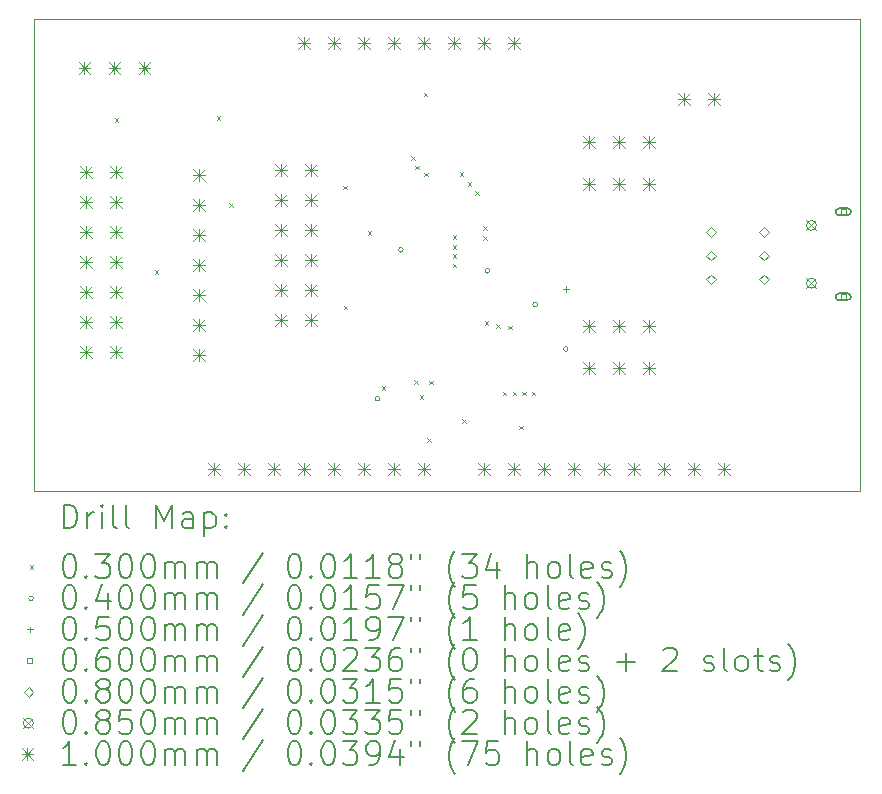
<source format=gbr>
%TF.GenerationSoftware,KiCad,Pcbnew,(6.0.7)*%
%TF.CreationDate,2022-09-17T20:46:50+02:00*%
%TF.ProjectId,SLAU272_FR5739,534c4155-3237-4325-9f46-52353733392e,rev?*%
%TF.SameCoordinates,Original*%
%TF.FileFunction,Drillmap*%
%TF.FilePolarity,Positive*%
%FSLAX45Y45*%
G04 Gerber Fmt 4.5, Leading zero omitted, Abs format (unit mm)*
G04 Created by KiCad (PCBNEW (6.0.7)) date 2022-09-17 20:46:50*
%MOMM*%
%LPD*%
G01*
G04 APERTURE LIST*
%ADD10C,0.050000*%
%ADD11C,0.200000*%
%ADD12C,0.030000*%
%ADD13C,0.040000*%
%ADD14C,0.060000*%
%ADD15C,0.080000*%
%ADD16C,0.085000*%
%ADD17C,0.100000*%
G04 APERTURE END LIST*
D10*
X17800000Y-8300000D02*
X10800000Y-8300000D01*
X10800000Y-12300000D02*
X17800000Y-12300000D01*
X10800000Y-8300000D02*
X10800000Y-12300000D01*
X17800000Y-12300000D02*
X17800000Y-8300000D01*
D11*
D12*
X11486040Y-9143520D02*
X11516040Y-9173520D01*
X11516040Y-9143520D02*
X11486040Y-9173520D01*
X11826400Y-10428760D02*
X11856400Y-10458760D01*
X11856400Y-10428760D02*
X11826400Y-10458760D01*
X12349640Y-9123200D02*
X12379640Y-9153200D01*
X12379640Y-9123200D02*
X12349640Y-9153200D01*
X12456320Y-9859800D02*
X12486320Y-9889800D01*
X12486320Y-9859800D02*
X12456320Y-9889800D01*
X13421520Y-9712480D02*
X13451520Y-9742480D01*
X13451520Y-9712480D02*
X13421520Y-9742480D01*
X13426600Y-10728480D02*
X13456600Y-10758480D01*
X13456600Y-10728480D02*
X13426600Y-10758480D01*
X13629800Y-10098560D02*
X13659800Y-10128560D01*
X13659800Y-10098560D02*
X13629800Y-10128560D01*
X13746640Y-11409200D02*
X13776640Y-11439200D01*
X13776640Y-11409200D02*
X13746640Y-11439200D01*
X13998314Y-9464021D02*
X14028314Y-9494021D01*
X14028314Y-9464021D02*
X13998314Y-9494021D01*
X14023500Y-11358400D02*
X14053500Y-11388400D01*
X14053500Y-11358400D02*
X14023500Y-11388400D01*
X14031680Y-9542100D02*
X14061680Y-9572100D01*
X14061680Y-9542100D02*
X14031680Y-9572100D01*
X14066680Y-11485400D02*
X14096680Y-11515400D01*
X14096680Y-11485400D02*
X14066680Y-11515400D01*
X14102240Y-8925080D02*
X14132240Y-8955080D01*
X14132240Y-8925080D02*
X14102240Y-8955080D01*
X14107320Y-9604750D02*
X14137320Y-9634750D01*
X14137320Y-9604750D02*
X14107320Y-9634750D01*
X14132720Y-11851160D02*
X14162720Y-11881160D01*
X14162720Y-11851160D02*
X14132720Y-11881160D01*
X14147960Y-11363480D02*
X14177960Y-11393480D01*
X14177960Y-11363480D02*
X14147960Y-11393480D01*
X14346080Y-10134120D02*
X14376080Y-10164120D01*
X14376080Y-10134120D02*
X14346080Y-10164120D01*
X14346080Y-10215400D02*
X14376080Y-10245400D01*
X14376080Y-10215400D02*
X14346080Y-10245400D01*
X14346080Y-10295350D02*
X14376080Y-10325350D01*
X14376080Y-10295350D02*
X14346080Y-10325350D01*
X14346080Y-10375301D02*
X14376080Y-10405301D01*
X14376080Y-10375301D02*
X14346080Y-10405301D01*
X14407040Y-9600720D02*
X14437040Y-9630720D01*
X14437040Y-9600720D02*
X14407040Y-9630720D01*
X14427360Y-11688600D02*
X14457360Y-11718600D01*
X14457360Y-11688600D02*
X14427360Y-11718600D01*
X14473080Y-9682000D02*
X14503080Y-9712000D01*
X14503080Y-9682000D02*
X14473080Y-9712000D01*
X14539120Y-9758200D02*
X14569120Y-9788200D01*
X14569120Y-9758200D02*
X14539120Y-9788200D01*
X14605160Y-10057920D02*
X14635160Y-10087920D01*
X14635160Y-10057920D02*
X14605160Y-10087920D01*
X14605160Y-10139200D02*
X14635160Y-10169200D01*
X14635160Y-10139200D02*
X14605160Y-10169200D01*
X14619181Y-10859379D02*
X14649181Y-10889379D01*
X14649181Y-10859379D02*
X14619181Y-10889379D01*
X14716848Y-10887514D02*
X14746848Y-10917514D01*
X14746848Y-10887514D02*
X14716848Y-10917514D01*
X14772800Y-11457460D02*
X14802800Y-11487460D01*
X14802800Y-11457460D02*
X14772800Y-11487460D01*
X14816004Y-10900087D02*
X14846004Y-10930087D01*
X14846004Y-10900087D02*
X14816004Y-10930087D01*
X14854080Y-11457460D02*
X14884080Y-11487460D01*
X14884080Y-11457460D02*
X14854080Y-11487460D01*
X14909960Y-11744480D02*
X14939960Y-11774480D01*
X14939960Y-11744480D02*
X14909960Y-11774480D01*
X14935360Y-11457460D02*
X14965360Y-11487460D01*
X14965360Y-11457460D02*
X14935360Y-11487460D01*
X15016640Y-11457460D02*
X15046640Y-11487460D01*
X15046640Y-11457460D02*
X15016640Y-11487460D01*
D13*
X13730840Y-11515640D02*
G75*
G03*
X13730840Y-11515640I-20000J0D01*
G01*
X13928960Y-10255800D02*
G75*
G03*
X13928960Y-10255800I-20000J0D01*
G01*
X14660480Y-10433600D02*
G75*
G03*
X14660480Y-10433600I-20000J0D01*
G01*
X15066880Y-10718080D02*
G75*
G03*
X15066880Y-10718080I-20000J0D01*
G01*
X15325000Y-11094960D02*
G75*
G03*
X15325000Y-11094960I-20000J0D01*
G01*
D10*
X15305000Y-10565000D02*
X15305000Y-10615000D01*
X15280000Y-10590000D02*
X15330000Y-10590000D01*
D14*
X17675813Y-9955113D02*
X17675813Y-9912687D01*
X17633387Y-9912687D01*
X17633387Y-9955113D01*
X17675813Y-9955113D01*
D11*
X17619600Y-9963900D02*
X17689600Y-9963900D01*
X17619600Y-9903900D02*
X17689600Y-9903900D01*
X17689600Y-9963900D02*
G75*
G03*
X17689600Y-9903900I0J30000D01*
G01*
X17619600Y-9903900D02*
G75*
G03*
X17619600Y-9963900I0J-30000D01*
G01*
D14*
X17675813Y-10675113D02*
X17675813Y-10632687D01*
X17633387Y-10632687D01*
X17633387Y-10675113D01*
X17675813Y-10675113D01*
D11*
X17689600Y-10623900D02*
X17619600Y-10623900D01*
X17689600Y-10683900D02*
X17619600Y-10683900D01*
X17619600Y-10623900D02*
G75*
G03*
X17619600Y-10683900I0J-30000D01*
G01*
X17689600Y-10683900D02*
G75*
G03*
X17689600Y-10623900I0J30000D01*
G01*
D15*
X16535000Y-10145000D02*
X16575000Y-10105000D01*
X16535000Y-10065000D01*
X16495000Y-10105000D01*
X16535000Y-10145000D01*
X16535000Y-10345000D02*
X16575000Y-10305000D01*
X16535000Y-10265000D01*
X16495000Y-10305000D01*
X16535000Y-10345000D01*
X16535000Y-10545000D02*
X16575000Y-10505000D01*
X16535000Y-10465000D01*
X16495000Y-10505000D01*
X16535000Y-10545000D01*
X16985000Y-10145000D02*
X17025000Y-10105000D01*
X16985000Y-10065000D01*
X16945000Y-10105000D01*
X16985000Y-10145000D01*
X16985000Y-10345000D02*
X17025000Y-10305000D01*
X16985000Y-10265000D01*
X16945000Y-10305000D01*
X16985000Y-10345000D01*
X16985000Y-10545000D02*
X17025000Y-10505000D01*
X16985000Y-10465000D01*
X16945000Y-10505000D01*
X16985000Y-10545000D01*
D16*
X17342100Y-10006400D02*
X17427100Y-10091400D01*
X17427100Y-10006400D02*
X17342100Y-10091400D01*
X17427100Y-10048900D02*
G75*
G03*
X17427100Y-10048900I-42500J0D01*
G01*
X17342100Y-10496400D02*
X17427100Y-10581400D01*
X17427100Y-10496400D02*
X17342100Y-10581400D01*
X17427100Y-10538900D02*
G75*
G03*
X17427100Y-10538900I-42500J0D01*
G01*
D17*
X11180000Y-8668000D02*
X11280000Y-8768000D01*
X11280000Y-8668000D02*
X11180000Y-8768000D01*
X11230000Y-8668000D02*
X11230000Y-8768000D01*
X11180000Y-8718000D02*
X11280000Y-8718000D01*
X11194500Y-9545000D02*
X11294500Y-9645000D01*
X11294500Y-9545000D02*
X11194500Y-9645000D01*
X11244500Y-9545000D02*
X11244500Y-9645000D01*
X11194500Y-9595000D02*
X11294500Y-9595000D01*
X11194500Y-9799000D02*
X11294500Y-9899000D01*
X11294500Y-9799000D02*
X11194500Y-9899000D01*
X11244500Y-9799000D02*
X11244500Y-9899000D01*
X11194500Y-9849000D02*
X11294500Y-9849000D01*
X11194500Y-10053000D02*
X11294500Y-10153000D01*
X11294500Y-10053000D02*
X11194500Y-10153000D01*
X11244500Y-10053000D02*
X11244500Y-10153000D01*
X11194500Y-10103000D02*
X11294500Y-10103000D01*
X11194500Y-10307000D02*
X11294500Y-10407000D01*
X11294500Y-10307000D02*
X11194500Y-10407000D01*
X11244500Y-10307000D02*
X11244500Y-10407000D01*
X11194500Y-10357000D02*
X11294500Y-10357000D01*
X11194500Y-10561000D02*
X11294500Y-10661000D01*
X11294500Y-10561000D02*
X11194500Y-10661000D01*
X11244500Y-10561000D02*
X11244500Y-10661000D01*
X11194500Y-10611000D02*
X11294500Y-10611000D01*
X11194500Y-10815000D02*
X11294500Y-10915000D01*
X11294500Y-10815000D02*
X11194500Y-10915000D01*
X11244500Y-10815000D02*
X11244500Y-10915000D01*
X11194500Y-10865000D02*
X11294500Y-10865000D01*
X11194500Y-11069000D02*
X11294500Y-11169000D01*
X11294500Y-11069000D02*
X11194500Y-11169000D01*
X11244500Y-11069000D02*
X11244500Y-11169000D01*
X11194500Y-11119000D02*
X11294500Y-11119000D01*
X11434000Y-8668000D02*
X11534000Y-8768000D01*
X11534000Y-8668000D02*
X11434000Y-8768000D01*
X11484000Y-8668000D02*
X11484000Y-8768000D01*
X11434000Y-8718000D02*
X11534000Y-8718000D01*
X11448500Y-9545000D02*
X11548500Y-9645000D01*
X11548500Y-9545000D02*
X11448500Y-9645000D01*
X11498500Y-9545000D02*
X11498500Y-9645000D01*
X11448500Y-9595000D02*
X11548500Y-9595000D01*
X11448500Y-9799000D02*
X11548500Y-9899000D01*
X11548500Y-9799000D02*
X11448500Y-9899000D01*
X11498500Y-9799000D02*
X11498500Y-9899000D01*
X11448500Y-9849000D02*
X11548500Y-9849000D01*
X11448500Y-10053000D02*
X11548500Y-10153000D01*
X11548500Y-10053000D02*
X11448500Y-10153000D01*
X11498500Y-10053000D02*
X11498500Y-10153000D01*
X11448500Y-10103000D02*
X11548500Y-10103000D01*
X11448500Y-10307000D02*
X11548500Y-10407000D01*
X11548500Y-10307000D02*
X11448500Y-10407000D01*
X11498500Y-10307000D02*
X11498500Y-10407000D01*
X11448500Y-10357000D02*
X11548500Y-10357000D01*
X11448500Y-10561000D02*
X11548500Y-10661000D01*
X11548500Y-10561000D02*
X11448500Y-10661000D01*
X11498500Y-10561000D02*
X11498500Y-10661000D01*
X11448500Y-10611000D02*
X11548500Y-10611000D01*
X11448500Y-10815000D02*
X11548500Y-10915000D01*
X11548500Y-10815000D02*
X11448500Y-10915000D01*
X11498500Y-10815000D02*
X11498500Y-10915000D01*
X11448500Y-10865000D02*
X11548500Y-10865000D01*
X11448500Y-11069000D02*
X11548500Y-11169000D01*
X11548500Y-11069000D02*
X11448500Y-11169000D01*
X11498500Y-11069000D02*
X11498500Y-11169000D01*
X11448500Y-11119000D02*
X11548500Y-11119000D01*
X11688000Y-8668000D02*
X11788000Y-8768000D01*
X11788000Y-8668000D02*
X11688000Y-8768000D01*
X11738000Y-8668000D02*
X11738000Y-8768000D01*
X11688000Y-8718000D02*
X11788000Y-8718000D01*
X12147000Y-9570300D02*
X12247000Y-9670300D01*
X12247000Y-9570300D02*
X12147000Y-9670300D01*
X12197000Y-9570300D02*
X12197000Y-9670300D01*
X12147000Y-9620300D02*
X12247000Y-9620300D01*
X12147000Y-9824300D02*
X12247000Y-9924300D01*
X12247000Y-9824300D02*
X12147000Y-9924300D01*
X12197000Y-9824300D02*
X12197000Y-9924300D01*
X12147000Y-9874300D02*
X12247000Y-9874300D01*
X12147000Y-10078300D02*
X12247000Y-10178300D01*
X12247000Y-10078300D02*
X12147000Y-10178300D01*
X12197000Y-10078300D02*
X12197000Y-10178300D01*
X12147000Y-10128300D02*
X12247000Y-10128300D01*
X12147000Y-10332300D02*
X12247000Y-10432300D01*
X12247000Y-10332300D02*
X12147000Y-10432300D01*
X12197000Y-10332300D02*
X12197000Y-10432300D01*
X12147000Y-10382300D02*
X12247000Y-10382300D01*
X12147000Y-10586300D02*
X12247000Y-10686300D01*
X12247000Y-10586300D02*
X12147000Y-10686300D01*
X12197000Y-10586300D02*
X12197000Y-10686300D01*
X12147000Y-10636300D02*
X12247000Y-10636300D01*
X12147000Y-10840300D02*
X12247000Y-10940300D01*
X12247000Y-10840300D02*
X12147000Y-10940300D01*
X12197000Y-10840300D02*
X12197000Y-10940300D01*
X12147000Y-10890300D02*
X12247000Y-10890300D01*
X12147000Y-11094300D02*
X12247000Y-11194300D01*
X12247000Y-11094300D02*
X12147000Y-11194300D01*
X12197000Y-11094300D02*
X12197000Y-11194300D01*
X12147000Y-11144300D02*
X12247000Y-11144300D01*
X12274000Y-12060000D02*
X12374000Y-12160000D01*
X12374000Y-12060000D02*
X12274000Y-12160000D01*
X12324000Y-12060000D02*
X12324000Y-12160000D01*
X12274000Y-12110000D02*
X12374000Y-12110000D01*
X12528000Y-12060000D02*
X12628000Y-12160000D01*
X12628000Y-12060000D02*
X12528000Y-12160000D01*
X12578000Y-12060000D02*
X12578000Y-12160000D01*
X12528000Y-12110000D02*
X12628000Y-12110000D01*
X12782000Y-12060000D02*
X12882000Y-12160000D01*
X12882000Y-12060000D02*
X12782000Y-12160000D01*
X12832000Y-12060000D02*
X12832000Y-12160000D01*
X12782000Y-12110000D02*
X12882000Y-12110000D01*
X12846920Y-9532700D02*
X12946920Y-9632700D01*
X12946920Y-9532700D02*
X12846920Y-9632700D01*
X12896920Y-9532700D02*
X12896920Y-9632700D01*
X12846920Y-9582700D02*
X12946920Y-9582700D01*
X12846920Y-9786700D02*
X12946920Y-9886700D01*
X12946920Y-9786700D02*
X12846920Y-9886700D01*
X12896920Y-9786700D02*
X12896920Y-9886700D01*
X12846920Y-9836700D02*
X12946920Y-9836700D01*
X12846920Y-10040700D02*
X12946920Y-10140700D01*
X12946920Y-10040700D02*
X12846920Y-10140700D01*
X12896920Y-10040700D02*
X12896920Y-10140700D01*
X12846920Y-10090700D02*
X12946920Y-10090700D01*
X12846920Y-10294700D02*
X12946920Y-10394700D01*
X12946920Y-10294700D02*
X12846920Y-10394700D01*
X12896920Y-10294700D02*
X12896920Y-10394700D01*
X12846920Y-10344700D02*
X12946920Y-10344700D01*
X12846920Y-10548700D02*
X12946920Y-10648700D01*
X12946920Y-10548700D02*
X12846920Y-10648700D01*
X12896920Y-10548700D02*
X12896920Y-10648700D01*
X12846920Y-10598700D02*
X12946920Y-10598700D01*
X12846920Y-10802700D02*
X12946920Y-10902700D01*
X12946920Y-10802700D02*
X12846920Y-10902700D01*
X12896920Y-10802700D02*
X12896920Y-10902700D01*
X12846920Y-10852700D02*
X12946920Y-10852700D01*
X13036000Y-8453000D02*
X13136000Y-8553000D01*
X13136000Y-8453000D02*
X13036000Y-8553000D01*
X13086000Y-8453000D02*
X13086000Y-8553000D01*
X13036000Y-8503000D02*
X13136000Y-8503000D01*
X13036000Y-12060000D02*
X13136000Y-12160000D01*
X13136000Y-12060000D02*
X13036000Y-12160000D01*
X13086000Y-12060000D02*
X13086000Y-12160000D01*
X13036000Y-12110000D02*
X13136000Y-12110000D01*
X13100920Y-9532700D02*
X13200920Y-9632700D01*
X13200920Y-9532700D02*
X13100920Y-9632700D01*
X13150920Y-9532700D02*
X13150920Y-9632700D01*
X13100920Y-9582700D02*
X13200920Y-9582700D01*
X13100920Y-9786700D02*
X13200920Y-9886700D01*
X13200920Y-9786700D02*
X13100920Y-9886700D01*
X13150920Y-9786700D02*
X13150920Y-9886700D01*
X13100920Y-9836700D02*
X13200920Y-9836700D01*
X13100920Y-10040700D02*
X13200920Y-10140700D01*
X13200920Y-10040700D02*
X13100920Y-10140700D01*
X13150920Y-10040700D02*
X13150920Y-10140700D01*
X13100920Y-10090700D02*
X13200920Y-10090700D01*
X13100920Y-10294700D02*
X13200920Y-10394700D01*
X13200920Y-10294700D02*
X13100920Y-10394700D01*
X13150920Y-10294700D02*
X13150920Y-10394700D01*
X13100920Y-10344700D02*
X13200920Y-10344700D01*
X13100920Y-10548700D02*
X13200920Y-10648700D01*
X13200920Y-10548700D02*
X13100920Y-10648700D01*
X13150920Y-10548700D02*
X13150920Y-10648700D01*
X13100920Y-10598700D02*
X13200920Y-10598700D01*
X13100920Y-10802700D02*
X13200920Y-10902700D01*
X13200920Y-10802700D02*
X13100920Y-10902700D01*
X13150920Y-10802700D02*
X13150920Y-10902700D01*
X13100920Y-10852700D02*
X13200920Y-10852700D01*
X13290000Y-8453000D02*
X13390000Y-8553000D01*
X13390000Y-8453000D02*
X13290000Y-8553000D01*
X13340000Y-8453000D02*
X13340000Y-8553000D01*
X13290000Y-8503000D02*
X13390000Y-8503000D01*
X13290000Y-12060000D02*
X13390000Y-12160000D01*
X13390000Y-12060000D02*
X13290000Y-12160000D01*
X13340000Y-12060000D02*
X13340000Y-12160000D01*
X13290000Y-12110000D02*
X13390000Y-12110000D01*
X13544000Y-8453000D02*
X13644000Y-8553000D01*
X13644000Y-8453000D02*
X13544000Y-8553000D01*
X13594000Y-8453000D02*
X13594000Y-8553000D01*
X13544000Y-8503000D02*
X13644000Y-8503000D01*
X13544000Y-12060000D02*
X13644000Y-12160000D01*
X13644000Y-12060000D02*
X13544000Y-12160000D01*
X13594000Y-12060000D02*
X13594000Y-12160000D01*
X13544000Y-12110000D02*
X13644000Y-12110000D01*
X13798000Y-8453000D02*
X13898000Y-8553000D01*
X13898000Y-8453000D02*
X13798000Y-8553000D01*
X13848000Y-8453000D02*
X13848000Y-8553000D01*
X13798000Y-8503000D02*
X13898000Y-8503000D01*
X13798000Y-12060000D02*
X13898000Y-12160000D01*
X13898000Y-12060000D02*
X13798000Y-12160000D01*
X13848000Y-12060000D02*
X13848000Y-12160000D01*
X13798000Y-12110000D02*
X13898000Y-12110000D01*
X14052000Y-8453000D02*
X14152000Y-8553000D01*
X14152000Y-8453000D02*
X14052000Y-8553000D01*
X14102000Y-8453000D02*
X14102000Y-8553000D01*
X14052000Y-8503000D02*
X14152000Y-8503000D01*
X14052000Y-12060000D02*
X14152000Y-12160000D01*
X14152000Y-12060000D02*
X14052000Y-12160000D01*
X14102000Y-12060000D02*
X14102000Y-12160000D01*
X14052000Y-12110000D02*
X14152000Y-12110000D01*
X14306000Y-8453000D02*
X14406000Y-8553000D01*
X14406000Y-8453000D02*
X14306000Y-8553000D01*
X14356000Y-8453000D02*
X14356000Y-8553000D01*
X14306000Y-8503000D02*
X14406000Y-8503000D01*
X14560000Y-8453000D02*
X14660000Y-8553000D01*
X14660000Y-8453000D02*
X14560000Y-8553000D01*
X14610000Y-8453000D02*
X14610000Y-8553000D01*
X14560000Y-8503000D02*
X14660000Y-8503000D01*
X14560000Y-12060000D02*
X14660000Y-12160000D01*
X14660000Y-12060000D02*
X14560000Y-12160000D01*
X14610000Y-12060000D02*
X14610000Y-12160000D01*
X14560000Y-12110000D02*
X14660000Y-12110000D01*
X14814000Y-8453000D02*
X14914000Y-8553000D01*
X14914000Y-8453000D02*
X14814000Y-8553000D01*
X14864000Y-8453000D02*
X14864000Y-8553000D01*
X14814000Y-8503000D02*
X14914000Y-8503000D01*
X14814000Y-12060000D02*
X14914000Y-12160000D01*
X14914000Y-12060000D02*
X14814000Y-12160000D01*
X14864000Y-12060000D02*
X14864000Y-12160000D01*
X14814000Y-12110000D02*
X14914000Y-12110000D01*
X15068000Y-12060000D02*
X15168000Y-12160000D01*
X15168000Y-12060000D02*
X15068000Y-12160000D01*
X15118000Y-12060000D02*
X15118000Y-12160000D01*
X15068000Y-12110000D02*
X15168000Y-12110000D01*
X15322000Y-12060000D02*
X15422000Y-12160000D01*
X15422000Y-12060000D02*
X15322000Y-12160000D01*
X15372000Y-12060000D02*
X15372000Y-12160000D01*
X15322000Y-12110000D02*
X15422000Y-12110000D01*
X15450000Y-9290000D02*
X15550000Y-9390000D01*
X15550000Y-9290000D02*
X15450000Y-9390000D01*
X15500000Y-9290000D02*
X15500000Y-9390000D01*
X15450000Y-9340000D02*
X15550000Y-9340000D01*
X15450000Y-9650000D02*
X15550000Y-9750000D01*
X15550000Y-9650000D02*
X15450000Y-9750000D01*
X15500000Y-9650000D02*
X15500000Y-9750000D01*
X15450000Y-9700000D02*
X15550000Y-9700000D01*
X15450000Y-10850000D02*
X15550000Y-10950000D01*
X15550000Y-10850000D02*
X15450000Y-10950000D01*
X15500000Y-10850000D02*
X15500000Y-10950000D01*
X15450000Y-10900000D02*
X15550000Y-10900000D01*
X15450000Y-11210000D02*
X15550000Y-11310000D01*
X15550000Y-11210000D02*
X15450000Y-11310000D01*
X15500000Y-11210000D02*
X15500000Y-11310000D01*
X15450000Y-11260000D02*
X15550000Y-11260000D01*
X15576000Y-12060000D02*
X15676000Y-12160000D01*
X15676000Y-12060000D02*
X15576000Y-12160000D01*
X15626000Y-12060000D02*
X15626000Y-12160000D01*
X15576000Y-12110000D02*
X15676000Y-12110000D01*
X15704000Y-9290000D02*
X15804000Y-9390000D01*
X15804000Y-9290000D02*
X15704000Y-9390000D01*
X15754000Y-9290000D02*
X15754000Y-9390000D01*
X15704000Y-9340000D02*
X15804000Y-9340000D01*
X15704000Y-9650000D02*
X15804000Y-9750000D01*
X15804000Y-9650000D02*
X15704000Y-9750000D01*
X15754000Y-9650000D02*
X15754000Y-9750000D01*
X15704000Y-9700000D02*
X15804000Y-9700000D01*
X15704000Y-10850000D02*
X15804000Y-10950000D01*
X15804000Y-10850000D02*
X15704000Y-10950000D01*
X15754000Y-10850000D02*
X15754000Y-10950000D01*
X15704000Y-10900000D02*
X15804000Y-10900000D01*
X15704000Y-11210000D02*
X15804000Y-11310000D01*
X15804000Y-11210000D02*
X15704000Y-11310000D01*
X15754000Y-11210000D02*
X15754000Y-11310000D01*
X15704000Y-11260000D02*
X15804000Y-11260000D01*
X15830000Y-12060000D02*
X15930000Y-12160000D01*
X15930000Y-12060000D02*
X15830000Y-12160000D01*
X15880000Y-12060000D02*
X15880000Y-12160000D01*
X15830000Y-12110000D02*
X15930000Y-12110000D01*
X15958000Y-9290000D02*
X16058000Y-9390000D01*
X16058000Y-9290000D02*
X15958000Y-9390000D01*
X16008000Y-9290000D02*
X16008000Y-9390000D01*
X15958000Y-9340000D02*
X16058000Y-9340000D01*
X15958000Y-9650000D02*
X16058000Y-9750000D01*
X16058000Y-9650000D02*
X15958000Y-9750000D01*
X16008000Y-9650000D02*
X16008000Y-9750000D01*
X15958000Y-9700000D02*
X16058000Y-9700000D01*
X15958000Y-10850000D02*
X16058000Y-10950000D01*
X16058000Y-10850000D02*
X15958000Y-10950000D01*
X16008000Y-10850000D02*
X16008000Y-10950000D01*
X15958000Y-10900000D02*
X16058000Y-10900000D01*
X15958000Y-11210000D02*
X16058000Y-11310000D01*
X16058000Y-11210000D02*
X15958000Y-11310000D01*
X16008000Y-11210000D02*
X16008000Y-11310000D01*
X15958000Y-11260000D02*
X16058000Y-11260000D01*
X16084000Y-12060000D02*
X16184000Y-12160000D01*
X16184000Y-12060000D02*
X16084000Y-12160000D01*
X16134000Y-12060000D02*
X16134000Y-12160000D01*
X16084000Y-12110000D02*
X16184000Y-12110000D01*
X16256000Y-8930000D02*
X16356000Y-9030000D01*
X16356000Y-8930000D02*
X16256000Y-9030000D01*
X16306000Y-8930000D02*
X16306000Y-9030000D01*
X16256000Y-8980000D02*
X16356000Y-8980000D01*
X16338000Y-12060000D02*
X16438000Y-12160000D01*
X16438000Y-12060000D02*
X16338000Y-12160000D01*
X16388000Y-12060000D02*
X16388000Y-12160000D01*
X16338000Y-12110000D02*
X16438000Y-12110000D01*
X16510000Y-8930000D02*
X16610000Y-9030000D01*
X16610000Y-8930000D02*
X16510000Y-9030000D01*
X16560000Y-8930000D02*
X16560000Y-9030000D01*
X16510000Y-8980000D02*
X16610000Y-8980000D01*
X16592000Y-12060000D02*
X16692000Y-12160000D01*
X16692000Y-12060000D02*
X16592000Y-12160000D01*
X16642000Y-12060000D02*
X16642000Y-12160000D01*
X16592000Y-12110000D02*
X16692000Y-12110000D01*
D11*
X11055119Y-12612976D02*
X11055119Y-12412976D01*
X11102738Y-12412976D01*
X11131310Y-12422500D01*
X11150357Y-12441548D01*
X11159881Y-12460595D01*
X11169405Y-12498690D01*
X11169405Y-12527262D01*
X11159881Y-12565357D01*
X11150357Y-12584405D01*
X11131310Y-12603452D01*
X11102738Y-12612976D01*
X11055119Y-12612976D01*
X11255119Y-12612976D02*
X11255119Y-12479643D01*
X11255119Y-12517738D02*
X11264643Y-12498690D01*
X11274167Y-12489167D01*
X11293214Y-12479643D01*
X11312262Y-12479643D01*
X11378928Y-12612976D02*
X11378928Y-12479643D01*
X11378928Y-12412976D02*
X11369405Y-12422500D01*
X11378928Y-12432024D01*
X11388452Y-12422500D01*
X11378928Y-12412976D01*
X11378928Y-12432024D01*
X11502738Y-12612976D02*
X11483690Y-12603452D01*
X11474167Y-12584405D01*
X11474167Y-12412976D01*
X11607500Y-12612976D02*
X11588452Y-12603452D01*
X11578928Y-12584405D01*
X11578928Y-12412976D01*
X11836071Y-12612976D02*
X11836071Y-12412976D01*
X11902738Y-12555833D01*
X11969405Y-12412976D01*
X11969405Y-12612976D01*
X12150357Y-12612976D02*
X12150357Y-12508214D01*
X12140833Y-12489167D01*
X12121786Y-12479643D01*
X12083690Y-12479643D01*
X12064643Y-12489167D01*
X12150357Y-12603452D02*
X12131309Y-12612976D01*
X12083690Y-12612976D01*
X12064643Y-12603452D01*
X12055119Y-12584405D01*
X12055119Y-12565357D01*
X12064643Y-12546309D01*
X12083690Y-12536786D01*
X12131309Y-12536786D01*
X12150357Y-12527262D01*
X12245595Y-12479643D02*
X12245595Y-12679643D01*
X12245595Y-12489167D02*
X12264643Y-12479643D01*
X12302738Y-12479643D01*
X12321786Y-12489167D01*
X12331309Y-12498690D01*
X12340833Y-12517738D01*
X12340833Y-12574881D01*
X12331309Y-12593928D01*
X12321786Y-12603452D01*
X12302738Y-12612976D01*
X12264643Y-12612976D01*
X12245595Y-12603452D01*
X12426548Y-12593928D02*
X12436071Y-12603452D01*
X12426548Y-12612976D01*
X12417024Y-12603452D01*
X12426548Y-12593928D01*
X12426548Y-12612976D01*
X12426548Y-12489167D02*
X12436071Y-12498690D01*
X12426548Y-12508214D01*
X12417024Y-12498690D01*
X12426548Y-12489167D01*
X12426548Y-12508214D01*
D12*
X10767500Y-12927500D02*
X10797500Y-12957500D01*
X10797500Y-12927500D02*
X10767500Y-12957500D01*
D11*
X11093214Y-12832976D02*
X11112262Y-12832976D01*
X11131310Y-12842500D01*
X11140833Y-12852024D01*
X11150357Y-12871071D01*
X11159881Y-12909167D01*
X11159881Y-12956786D01*
X11150357Y-12994881D01*
X11140833Y-13013928D01*
X11131310Y-13023452D01*
X11112262Y-13032976D01*
X11093214Y-13032976D01*
X11074167Y-13023452D01*
X11064643Y-13013928D01*
X11055119Y-12994881D01*
X11045595Y-12956786D01*
X11045595Y-12909167D01*
X11055119Y-12871071D01*
X11064643Y-12852024D01*
X11074167Y-12842500D01*
X11093214Y-12832976D01*
X11245595Y-13013928D02*
X11255119Y-13023452D01*
X11245595Y-13032976D01*
X11236071Y-13023452D01*
X11245595Y-13013928D01*
X11245595Y-13032976D01*
X11321786Y-12832976D02*
X11445595Y-12832976D01*
X11378928Y-12909167D01*
X11407500Y-12909167D01*
X11426548Y-12918690D01*
X11436071Y-12928214D01*
X11445595Y-12947262D01*
X11445595Y-12994881D01*
X11436071Y-13013928D01*
X11426548Y-13023452D01*
X11407500Y-13032976D01*
X11350357Y-13032976D01*
X11331309Y-13023452D01*
X11321786Y-13013928D01*
X11569405Y-12832976D02*
X11588452Y-12832976D01*
X11607500Y-12842500D01*
X11617024Y-12852024D01*
X11626548Y-12871071D01*
X11636071Y-12909167D01*
X11636071Y-12956786D01*
X11626548Y-12994881D01*
X11617024Y-13013928D01*
X11607500Y-13023452D01*
X11588452Y-13032976D01*
X11569405Y-13032976D01*
X11550357Y-13023452D01*
X11540833Y-13013928D01*
X11531309Y-12994881D01*
X11521786Y-12956786D01*
X11521786Y-12909167D01*
X11531309Y-12871071D01*
X11540833Y-12852024D01*
X11550357Y-12842500D01*
X11569405Y-12832976D01*
X11759881Y-12832976D02*
X11778928Y-12832976D01*
X11797976Y-12842500D01*
X11807500Y-12852024D01*
X11817024Y-12871071D01*
X11826548Y-12909167D01*
X11826548Y-12956786D01*
X11817024Y-12994881D01*
X11807500Y-13013928D01*
X11797976Y-13023452D01*
X11778928Y-13032976D01*
X11759881Y-13032976D01*
X11740833Y-13023452D01*
X11731309Y-13013928D01*
X11721786Y-12994881D01*
X11712262Y-12956786D01*
X11712262Y-12909167D01*
X11721786Y-12871071D01*
X11731309Y-12852024D01*
X11740833Y-12842500D01*
X11759881Y-12832976D01*
X11912262Y-13032976D02*
X11912262Y-12899643D01*
X11912262Y-12918690D02*
X11921786Y-12909167D01*
X11940833Y-12899643D01*
X11969405Y-12899643D01*
X11988452Y-12909167D01*
X11997976Y-12928214D01*
X11997976Y-13032976D01*
X11997976Y-12928214D02*
X12007500Y-12909167D01*
X12026548Y-12899643D01*
X12055119Y-12899643D01*
X12074167Y-12909167D01*
X12083690Y-12928214D01*
X12083690Y-13032976D01*
X12178928Y-13032976D02*
X12178928Y-12899643D01*
X12178928Y-12918690D02*
X12188452Y-12909167D01*
X12207500Y-12899643D01*
X12236071Y-12899643D01*
X12255119Y-12909167D01*
X12264643Y-12928214D01*
X12264643Y-13032976D01*
X12264643Y-12928214D02*
X12274167Y-12909167D01*
X12293214Y-12899643D01*
X12321786Y-12899643D01*
X12340833Y-12909167D01*
X12350357Y-12928214D01*
X12350357Y-13032976D01*
X12740833Y-12823452D02*
X12569405Y-13080595D01*
X12997976Y-12832976D02*
X13017024Y-12832976D01*
X13036071Y-12842500D01*
X13045595Y-12852024D01*
X13055119Y-12871071D01*
X13064643Y-12909167D01*
X13064643Y-12956786D01*
X13055119Y-12994881D01*
X13045595Y-13013928D01*
X13036071Y-13023452D01*
X13017024Y-13032976D01*
X12997976Y-13032976D01*
X12978928Y-13023452D01*
X12969405Y-13013928D01*
X12959881Y-12994881D01*
X12950357Y-12956786D01*
X12950357Y-12909167D01*
X12959881Y-12871071D01*
X12969405Y-12852024D01*
X12978928Y-12842500D01*
X12997976Y-12832976D01*
X13150357Y-13013928D02*
X13159881Y-13023452D01*
X13150357Y-13032976D01*
X13140833Y-13023452D01*
X13150357Y-13013928D01*
X13150357Y-13032976D01*
X13283690Y-12832976D02*
X13302738Y-12832976D01*
X13321786Y-12842500D01*
X13331309Y-12852024D01*
X13340833Y-12871071D01*
X13350357Y-12909167D01*
X13350357Y-12956786D01*
X13340833Y-12994881D01*
X13331309Y-13013928D01*
X13321786Y-13023452D01*
X13302738Y-13032976D01*
X13283690Y-13032976D01*
X13264643Y-13023452D01*
X13255119Y-13013928D01*
X13245595Y-12994881D01*
X13236071Y-12956786D01*
X13236071Y-12909167D01*
X13245595Y-12871071D01*
X13255119Y-12852024D01*
X13264643Y-12842500D01*
X13283690Y-12832976D01*
X13540833Y-13032976D02*
X13426548Y-13032976D01*
X13483690Y-13032976D02*
X13483690Y-12832976D01*
X13464643Y-12861548D01*
X13445595Y-12880595D01*
X13426548Y-12890119D01*
X13731309Y-13032976D02*
X13617024Y-13032976D01*
X13674167Y-13032976D02*
X13674167Y-12832976D01*
X13655119Y-12861548D01*
X13636071Y-12880595D01*
X13617024Y-12890119D01*
X13845595Y-12918690D02*
X13826548Y-12909167D01*
X13817024Y-12899643D01*
X13807500Y-12880595D01*
X13807500Y-12871071D01*
X13817024Y-12852024D01*
X13826548Y-12842500D01*
X13845595Y-12832976D01*
X13883690Y-12832976D01*
X13902738Y-12842500D01*
X13912262Y-12852024D01*
X13921786Y-12871071D01*
X13921786Y-12880595D01*
X13912262Y-12899643D01*
X13902738Y-12909167D01*
X13883690Y-12918690D01*
X13845595Y-12918690D01*
X13826548Y-12928214D01*
X13817024Y-12937738D01*
X13807500Y-12956786D01*
X13807500Y-12994881D01*
X13817024Y-13013928D01*
X13826548Y-13023452D01*
X13845595Y-13032976D01*
X13883690Y-13032976D01*
X13902738Y-13023452D01*
X13912262Y-13013928D01*
X13921786Y-12994881D01*
X13921786Y-12956786D01*
X13912262Y-12937738D01*
X13902738Y-12928214D01*
X13883690Y-12918690D01*
X13997976Y-12832976D02*
X13997976Y-12871071D01*
X14074167Y-12832976D02*
X14074167Y-12871071D01*
X14369405Y-13109167D02*
X14359881Y-13099643D01*
X14340833Y-13071071D01*
X14331309Y-13052024D01*
X14321786Y-13023452D01*
X14312262Y-12975833D01*
X14312262Y-12937738D01*
X14321786Y-12890119D01*
X14331309Y-12861548D01*
X14340833Y-12842500D01*
X14359881Y-12813928D01*
X14369405Y-12804405D01*
X14426548Y-12832976D02*
X14550357Y-12832976D01*
X14483690Y-12909167D01*
X14512262Y-12909167D01*
X14531309Y-12918690D01*
X14540833Y-12928214D01*
X14550357Y-12947262D01*
X14550357Y-12994881D01*
X14540833Y-13013928D01*
X14531309Y-13023452D01*
X14512262Y-13032976D01*
X14455119Y-13032976D01*
X14436071Y-13023452D01*
X14426548Y-13013928D01*
X14721786Y-12899643D02*
X14721786Y-13032976D01*
X14674167Y-12823452D02*
X14626548Y-12966309D01*
X14750357Y-12966309D01*
X14978928Y-13032976D02*
X14978928Y-12832976D01*
X15064643Y-13032976D02*
X15064643Y-12928214D01*
X15055119Y-12909167D01*
X15036071Y-12899643D01*
X15007500Y-12899643D01*
X14988452Y-12909167D01*
X14978928Y-12918690D01*
X15188452Y-13032976D02*
X15169405Y-13023452D01*
X15159881Y-13013928D01*
X15150357Y-12994881D01*
X15150357Y-12937738D01*
X15159881Y-12918690D01*
X15169405Y-12909167D01*
X15188452Y-12899643D01*
X15217024Y-12899643D01*
X15236071Y-12909167D01*
X15245595Y-12918690D01*
X15255119Y-12937738D01*
X15255119Y-12994881D01*
X15245595Y-13013928D01*
X15236071Y-13023452D01*
X15217024Y-13032976D01*
X15188452Y-13032976D01*
X15369405Y-13032976D02*
X15350357Y-13023452D01*
X15340833Y-13004405D01*
X15340833Y-12832976D01*
X15521786Y-13023452D02*
X15502738Y-13032976D01*
X15464643Y-13032976D01*
X15445595Y-13023452D01*
X15436071Y-13004405D01*
X15436071Y-12928214D01*
X15445595Y-12909167D01*
X15464643Y-12899643D01*
X15502738Y-12899643D01*
X15521786Y-12909167D01*
X15531309Y-12928214D01*
X15531309Y-12947262D01*
X15436071Y-12966309D01*
X15607500Y-13023452D02*
X15626548Y-13032976D01*
X15664643Y-13032976D01*
X15683690Y-13023452D01*
X15693214Y-13004405D01*
X15693214Y-12994881D01*
X15683690Y-12975833D01*
X15664643Y-12966309D01*
X15636071Y-12966309D01*
X15617024Y-12956786D01*
X15607500Y-12937738D01*
X15607500Y-12928214D01*
X15617024Y-12909167D01*
X15636071Y-12899643D01*
X15664643Y-12899643D01*
X15683690Y-12909167D01*
X15759881Y-13109167D02*
X15769405Y-13099643D01*
X15788452Y-13071071D01*
X15797976Y-13052024D01*
X15807500Y-13023452D01*
X15817024Y-12975833D01*
X15817024Y-12937738D01*
X15807500Y-12890119D01*
X15797976Y-12861548D01*
X15788452Y-12842500D01*
X15769405Y-12813928D01*
X15759881Y-12804405D01*
D13*
X10797500Y-13206500D02*
G75*
G03*
X10797500Y-13206500I-20000J0D01*
G01*
D11*
X11093214Y-13096976D02*
X11112262Y-13096976D01*
X11131310Y-13106500D01*
X11140833Y-13116024D01*
X11150357Y-13135071D01*
X11159881Y-13173167D01*
X11159881Y-13220786D01*
X11150357Y-13258881D01*
X11140833Y-13277928D01*
X11131310Y-13287452D01*
X11112262Y-13296976D01*
X11093214Y-13296976D01*
X11074167Y-13287452D01*
X11064643Y-13277928D01*
X11055119Y-13258881D01*
X11045595Y-13220786D01*
X11045595Y-13173167D01*
X11055119Y-13135071D01*
X11064643Y-13116024D01*
X11074167Y-13106500D01*
X11093214Y-13096976D01*
X11245595Y-13277928D02*
X11255119Y-13287452D01*
X11245595Y-13296976D01*
X11236071Y-13287452D01*
X11245595Y-13277928D01*
X11245595Y-13296976D01*
X11426548Y-13163643D02*
X11426548Y-13296976D01*
X11378928Y-13087452D02*
X11331309Y-13230309D01*
X11455119Y-13230309D01*
X11569405Y-13096976D02*
X11588452Y-13096976D01*
X11607500Y-13106500D01*
X11617024Y-13116024D01*
X11626548Y-13135071D01*
X11636071Y-13173167D01*
X11636071Y-13220786D01*
X11626548Y-13258881D01*
X11617024Y-13277928D01*
X11607500Y-13287452D01*
X11588452Y-13296976D01*
X11569405Y-13296976D01*
X11550357Y-13287452D01*
X11540833Y-13277928D01*
X11531309Y-13258881D01*
X11521786Y-13220786D01*
X11521786Y-13173167D01*
X11531309Y-13135071D01*
X11540833Y-13116024D01*
X11550357Y-13106500D01*
X11569405Y-13096976D01*
X11759881Y-13096976D02*
X11778928Y-13096976D01*
X11797976Y-13106500D01*
X11807500Y-13116024D01*
X11817024Y-13135071D01*
X11826548Y-13173167D01*
X11826548Y-13220786D01*
X11817024Y-13258881D01*
X11807500Y-13277928D01*
X11797976Y-13287452D01*
X11778928Y-13296976D01*
X11759881Y-13296976D01*
X11740833Y-13287452D01*
X11731309Y-13277928D01*
X11721786Y-13258881D01*
X11712262Y-13220786D01*
X11712262Y-13173167D01*
X11721786Y-13135071D01*
X11731309Y-13116024D01*
X11740833Y-13106500D01*
X11759881Y-13096976D01*
X11912262Y-13296976D02*
X11912262Y-13163643D01*
X11912262Y-13182690D02*
X11921786Y-13173167D01*
X11940833Y-13163643D01*
X11969405Y-13163643D01*
X11988452Y-13173167D01*
X11997976Y-13192214D01*
X11997976Y-13296976D01*
X11997976Y-13192214D02*
X12007500Y-13173167D01*
X12026548Y-13163643D01*
X12055119Y-13163643D01*
X12074167Y-13173167D01*
X12083690Y-13192214D01*
X12083690Y-13296976D01*
X12178928Y-13296976D02*
X12178928Y-13163643D01*
X12178928Y-13182690D02*
X12188452Y-13173167D01*
X12207500Y-13163643D01*
X12236071Y-13163643D01*
X12255119Y-13173167D01*
X12264643Y-13192214D01*
X12264643Y-13296976D01*
X12264643Y-13192214D02*
X12274167Y-13173167D01*
X12293214Y-13163643D01*
X12321786Y-13163643D01*
X12340833Y-13173167D01*
X12350357Y-13192214D01*
X12350357Y-13296976D01*
X12740833Y-13087452D02*
X12569405Y-13344595D01*
X12997976Y-13096976D02*
X13017024Y-13096976D01*
X13036071Y-13106500D01*
X13045595Y-13116024D01*
X13055119Y-13135071D01*
X13064643Y-13173167D01*
X13064643Y-13220786D01*
X13055119Y-13258881D01*
X13045595Y-13277928D01*
X13036071Y-13287452D01*
X13017024Y-13296976D01*
X12997976Y-13296976D01*
X12978928Y-13287452D01*
X12969405Y-13277928D01*
X12959881Y-13258881D01*
X12950357Y-13220786D01*
X12950357Y-13173167D01*
X12959881Y-13135071D01*
X12969405Y-13116024D01*
X12978928Y-13106500D01*
X12997976Y-13096976D01*
X13150357Y-13277928D02*
X13159881Y-13287452D01*
X13150357Y-13296976D01*
X13140833Y-13287452D01*
X13150357Y-13277928D01*
X13150357Y-13296976D01*
X13283690Y-13096976D02*
X13302738Y-13096976D01*
X13321786Y-13106500D01*
X13331309Y-13116024D01*
X13340833Y-13135071D01*
X13350357Y-13173167D01*
X13350357Y-13220786D01*
X13340833Y-13258881D01*
X13331309Y-13277928D01*
X13321786Y-13287452D01*
X13302738Y-13296976D01*
X13283690Y-13296976D01*
X13264643Y-13287452D01*
X13255119Y-13277928D01*
X13245595Y-13258881D01*
X13236071Y-13220786D01*
X13236071Y-13173167D01*
X13245595Y-13135071D01*
X13255119Y-13116024D01*
X13264643Y-13106500D01*
X13283690Y-13096976D01*
X13540833Y-13296976D02*
X13426548Y-13296976D01*
X13483690Y-13296976D02*
X13483690Y-13096976D01*
X13464643Y-13125548D01*
X13445595Y-13144595D01*
X13426548Y-13154119D01*
X13721786Y-13096976D02*
X13626548Y-13096976D01*
X13617024Y-13192214D01*
X13626548Y-13182690D01*
X13645595Y-13173167D01*
X13693214Y-13173167D01*
X13712262Y-13182690D01*
X13721786Y-13192214D01*
X13731309Y-13211262D01*
X13731309Y-13258881D01*
X13721786Y-13277928D01*
X13712262Y-13287452D01*
X13693214Y-13296976D01*
X13645595Y-13296976D01*
X13626548Y-13287452D01*
X13617024Y-13277928D01*
X13797976Y-13096976D02*
X13931309Y-13096976D01*
X13845595Y-13296976D01*
X13997976Y-13096976D02*
X13997976Y-13135071D01*
X14074167Y-13096976D02*
X14074167Y-13135071D01*
X14369405Y-13373167D02*
X14359881Y-13363643D01*
X14340833Y-13335071D01*
X14331309Y-13316024D01*
X14321786Y-13287452D01*
X14312262Y-13239833D01*
X14312262Y-13201738D01*
X14321786Y-13154119D01*
X14331309Y-13125548D01*
X14340833Y-13106500D01*
X14359881Y-13077928D01*
X14369405Y-13068405D01*
X14540833Y-13096976D02*
X14445595Y-13096976D01*
X14436071Y-13192214D01*
X14445595Y-13182690D01*
X14464643Y-13173167D01*
X14512262Y-13173167D01*
X14531309Y-13182690D01*
X14540833Y-13192214D01*
X14550357Y-13211262D01*
X14550357Y-13258881D01*
X14540833Y-13277928D01*
X14531309Y-13287452D01*
X14512262Y-13296976D01*
X14464643Y-13296976D01*
X14445595Y-13287452D01*
X14436071Y-13277928D01*
X14788452Y-13296976D02*
X14788452Y-13096976D01*
X14874167Y-13296976D02*
X14874167Y-13192214D01*
X14864643Y-13173167D01*
X14845595Y-13163643D01*
X14817024Y-13163643D01*
X14797976Y-13173167D01*
X14788452Y-13182690D01*
X14997976Y-13296976D02*
X14978928Y-13287452D01*
X14969405Y-13277928D01*
X14959881Y-13258881D01*
X14959881Y-13201738D01*
X14969405Y-13182690D01*
X14978928Y-13173167D01*
X14997976Y-13163643D01*
X15026548Y-13163643D01*
X15045595Y-13173167D01*
X15055119Y-13182690D01*
X15064643Y-13201738D01*
X15064643Y-13258881D01*
X15055119Y-13277928D01*
X15045595Y-13287452D01*
X15026548Y-13296976D01*
X14997976Y-13296976D01*
X15178928Y-13296976D02*
X15159881Y-13287452D01*
X15150357Y-13268405D01*
X15150357Y-13096976D01*
X15331309Y-13287452D02*
X15312262Y-13296976D01*
X15274167Y-13296976D01*
X15255119Y-13287452D01*
X15245595Y-13268405D01*
X15245595Y-13192214D01*
X15255119Y-13173167D01*
X15274167Y-13163643D01*
X15312262Y-13163643D01*
X15331309Y-13173167D01*
X15340833Y-13192214D01*
X15340833Y-13211262D01*
X15245595Y-13230309D01*
X15417024Y-13287452D02*
X15436071Y-13296976D01*
X15474167Y-13296976D01*
X15493214Y-13287452D01*
X15502738Y-13268405D01*
X15502738Y-13258881D01*
X15493214Y-13239833D01*
X15474167Y-13230309D01*
X15445595Y-13230309D01*
X15426548Y-13220786D01*
X15417024Y-13201738D01*
X15417024Y-13192214D01*
X15426548Y-13173167D01*
X15445595Y-13163643D01*
X15474167Y-13163643D01*
X15493214Y-13173167D01*
X15569405Y-13373167D02*
X15578928Y-13363643D01*
X15597976Y-13335071D01*
X15607500Y-13316024D01*
X15617024Y-13287452D01*
X15626548Y-13239833D01*
X15626548Y-13201738D01*
X15617024Y-13154119D01*
X15607500Y-13125548D01*
X15597976Y-13106500D01*
X15578928Y-13077928D01*
X15569405Y-13068405D01*
D10*
X10772500Y-13445500D02*
X10772500Y-13495500D01*
X10747500Y-13470500D02*
X10797500Y-13470500D01*
D11*
X11093214Y-13360976D02*
X11112262Y-13360976D01*
X11131310Y-13370500D01*
X11140833Y-13380024D01*
X11150357Y-13399071D01*
X11159881Y-13437167D01*
X11159881Y-13484786D01*
X11150357Y-13522881D01*
X11140833Y-13541928D01*
X11131310Y-13551452D01*
X11112262Y-13560976D01*
X11093214Y-13560976D01*
X11074167Y-13551452D01*
X11064643Y-13541928D01*
X11055119Y-13522881D01*
X11045595Y-13484786D01*
X11045595Y-13437167D01*
X11055119Y-13399071D01*
X11064643Y-13380024D01*
X11074167Y-13370500D01*
X11093214Y-13360976D01*
X11245595Y-13541928D02*
X11255119Y-13551452D01*
X11245595Y-13560976D01*
X11236071Y-13551452D01*
X11245595Y-13541928D01*
X11245595Y-13560976D01*
X11436071Y-13360976D02*
X11340833Y-13360976D01*
X11331309Y-13456214D01*
X11340833Y-13446690D01*
X11359881Y-13437167D01*
X11407500Y-13437167D01*
X11426548Y-13446690D01*
X11436071Y-13456214D01*
X11445595Y-13475262D01*
X11445595Y-13522881D01*
X11436071Y-13541928D01*
X11426548Y-13551452D01*
X11407500Y-13560976D01*
X11359881Y-13560976D01*
X11340833Y-13551452D01*
X11331309Y-13541928D01*
X11569405Y-13360976D02*
X11588452Y-13360976D01*
X11607500Y-13370500D01*
X11617024Y-13380024D01*
X11626548Y-13399071D01*
X11636071Y-13437167D01*
X11636071Y-13484786D01*
X11626548Y-13522881D01*
X11617024Y-13541928D01*
X11607500Y-13551452D01*
X11588452Y-13560976D01*
X11569405Y-13560976D01*
X11550357Y-13551452D01*
X11540833Y-13541928D01*
X11531309Y-13522881D01*
X11521786Y-13484786D01*
X11521786Y-13437167D01*
X11531309Y-13399071D01*
X11540833Y-13380024D01*
X11550357Y-13370500D01*
X11569405Y-13360976D01*
X11759881Y-13360976D02*
X11778928Y-13360976D01*
X11797976Y-13370500D01*
X11807500Y-13380024D01*
X11817024Y-13399071D01*
X11826548Y-13437167D01*
X11826548Y-13484786D01*
X11817024Y-13522881D01*
X11807500Y-13541928D01*
X11797976Y-13551452D01*
X11778928Y-13560976D01*
X11759881Y-13560976D01*
X11740833Y-13551452D01*
X11731309Y-13541928D01*
X11721786Y-13522881D01*
X11712262Y-13484786D01*
X11712262Y-13437167D01*
X11721786Y-13399071D01*
X11731309Y-13380024D01*
X11740833Y-13370500D01*
X11759881Y-13360976D01*
X11912262Y-13560976D02*
X11912262Y-13427643D01*
X11912262Y-13446690D02*
X11921786Y-13437167D01*
X11940833Y-13427643D01*
X11969405Y-13427643D01*
X11988452Y-13437167D01*
X11997976Y-13456214D01*
X11997976Y-13560976D01*
X11997976Y-13456214D02*
X12007500Y-13437167D01*
X12026548Y-13427643D01*
X12055119Y-13427643D01*
X12074167Y-13437167D01*
X12083690Y-13456214D01*
X12083690Y-13560976D01*
X12178928Y-13560976D02*
X12178928Y-13427643D01*
X12178928Y-13446690D02*
X12188452Y-13437167D01*
X12207500Y-13427643D01*
X12236071Y-13427643D01*
X12255119Y-13437167D01*
X12264643Y-13456214D01*
X12264643Y-13560976D01*
X12264643Y-13456214D02*
X12274167Y-13437167D01*
X12293214Y-13427643D01*
X12321786Y-13427643D01*
X12340833Y-13437167D01*
X12350357Y-13456214D01*
X12350357Y-13560976D01*
X12740833Y-13351452D02*
X12569405Y-13608595D01*
X12997976Y-13360976D02*
X13017024Y-13360976D01*
X13036071Y-13370500D01*
X13045595Y-13380024D01*
X13055119Y-13399071D01*
X13064643Y-13437167D01*
X13064643Y-13484786D01*
X13055119Y-13522881D01*
X13045595Y-13541928D01*
X13036071Y-13551452D01*
X13017024Y-13560976D01*
X12997976Y-13560976D01*
X12978928Y-13551452D01*
X12969405Y-13541928D01*
X12959881Y-13522881D01*
X12950357Y-13484786D01*
X12950357Y-13437167D01*
X12959881Y-13399071D01*
X12969405Y-13380024D01*
X12978928Y-13370500D01*
X12997976Y-13360976D01*
X13150357Y-13541928D02*
X13159881Y-13551452D01*
X13150357Y-13560976D01*
X13140833Y-13551452D01*
X13150357Y-13541928D01*
X13150357Y-13560976D01*
X13283690Y-13360976D02*
X13302738Y-13360976D01*
X13321786Y-13370500D01*
X13331309Y-13380024D01*
X13340833Y-13399071D01*
X13350357Y-13437167D01*
X13350357Y-13484786D01*
X13340833Y-13522881D01*
X13331309Y-13541928D01*
X13321786Y-13551452D01*
X13302738Y-13560976D01*
X13283690Y-13560976D01*
X13264643Y-13551452D01*
X13255119Y-13541928D01*
X13245595Y-13522881D01*
X13236071Y-13484786D01*
X13236071Y-13437167D01*
X13245595Y-13399071D01*
X13255119Y-13380024D01*
X13264643Y-13370500D01*
X13283690Y-13360976D01*
X13540833Y-13560976D02*
X13426548Y-13560976D01*
X13483690Y-13560976D02*
X13483690Y-13360976D01*
X13464643Y-13389548D01*
X13445595Y-13408595D01*
X13426548Y-13418119D01*
X13636071Y-13560976D02*
X13674167Y-13560976D01*
X13693214Y-13551452D01*
X13702738Y-13541928D01*
X13721786Y-13513357D01*
X13731309Y-13475262D01*
X13731309Y-13399071D01*
X13721786Y-13380024D01*
X13712262Y-13370500D01*
X13693214Y-13360976D01*
X13655119Y-13360976D01*
X13636071Y-13370500D01*
X13626548Y-13380024D01*
X13617024Y-13399071D01*
X13617024Y-13446690D01*
X13626548Y-13465738D01*
X13636071Y-13475262D01*
X13655119Y-13484786D01*
X13693214Y-13484786D01*
X13712262Y-13475262D01*
X13721786Y-13465738D01*
X13731309Y-13446690D01*
X13797976Y-13360976D02*
X13931309Y-13360976D01*
X13845595Y-13560976D01*
X13997976Y-13360976D02*
X13997976Y-13399071D01*
X14074167Y-13360976D02*
X14074167Y-13399071D01*
X14369405Y-13637167D02*
X14359881Y-13627643D01*
X14340833Y-13599071D01*
X14331309Y-13580024D01*
X14321786Y-13551452D01*
X14312262Y-13503833D01*
X14312262Y-13465738D01*
X14321786Y-13418119D01*
X14331309Y-13389548D01*
X14340833Y-13370500D01*
X14359881Y-13341928D01*
X14369405Y-13332405D01*
X14550357Y-13560976D02*
X14436071Y-13560976D01*
X14493214Y-13560976D02*
X14493214Y-13360976D01*
X14474167Y-13389548D01*
X14455119Y-13408595D01*
X14436071Y-13418119D01*
X14788452Y-13560976D02*
X14788452Y-13360976D01*
X14874167Y-13560976D02*
X14874167Y-13456214D01*
X14864643Y-13437167D01*
X14845595Y-13427643D01*
X14817024Y-13427643D01*
X14797976Y-13437167D01*
X14788452Y-13446690D01*
X14997976Y-13560976D02*
X14978928Y-13551452D01*
X14969405Y-13541928D01*
X14959881Y-13522881D01*
X14959881Y-13465738D01*
X14969405Y-13446690D01*
X14978928Y-13437167D01*
X14997976Y-13427643D01*
X15026548Y-13427643D01*
X15045595Y-13437167D01*
X15055119Y-13446690D01*
X15064643Y-13465738D01*
X15064643Y-13522881D01*
X15055119Y-13541928D01*
X15045595Y-13551452D01*
X15026548Y-13560976D01*
X14997976Y-13560976D01*
X15178928Y-13560976D02*
X15159881Y-13551452D01*
X15150357Y-13532405D01*
X15150357Y-13360976D01*
X15331309Y-13551452D02*
X15312262Y-13560976D01*
X15274167Y-13560976D01*
X15255119Y-13551452D01*
X15245595Y-13532405D01*
X15245595Y-13456214D01*
X15255119Y-13437167D01*
X15274167Y-13427643D01*
X15312262Y-13427643D01*
X15331309Y-13437167D01*
X15340833Y-13456214D01*
X15340833Y-13475262D01*
X15245595Y-13494309D01*
X15407500Y-13637167D02*
X15417024Y-13627643D01*
X15436071Y-13599071D01*
X15445595Y-13580024D01*
X15455119Y-13551452D01*
X15464643Y-13503833D01*
X15464643Y-13465738D01*
X15455119Y-13418119D01*
X15445595Y-13389548D01*
X15436071Y-13370500D01*
X15417024Y-13341928D01*
X15407500Y-13332405D01*
D14*
X10788713Y-13755713D02*
X10788713Y-13713287D01*
X10746287Y-13713287D01*
X10746287Y-13755713D01*
X10788713Y-13755713D01*
D11*
X11093214Y-13624976D02*
X11112262Y-13624976D01*
X11131310Y-13634500D01*
X11140833Y-13644024D01*
X11150357Y-13663071D01*
X11159881Y-13701167D01*
X11159881Y-13748786D01*
X11150357Y-13786881D01*
X11140833Y-13805928D01*
X11131310Y-13815452D01*
X11112262Y-13824976D01*
X11093214Y-13824976D01*
X11074167Y-13815452D01*
X11064643Y-13805928D01*
X11055119Y-13786881D01*
X11045595Y-13748786D01*
X11045595Y-13701167D01*
X11055119Y-13663071D01*
X11064643Y-13644024D01*
X11074167Y-13634500D01*
X11093214Y-13624976D01*
X11245595Y-13805928D02*
X11255119Y-13815452D01*
X11245595Y-13824976D01*
X11236071Y-13815452D01*
X11245595Y-13805928D01*
X11245595Y-13824976D01*
X11426548Y-13624976D02*
X11388452Y-13624976D01*
X11369405Y-13634500D01*
X11359881Y-13644024D01*
X11340833Y-13672595D01*
X11331309Y-13710690D01*
X11331309Y-13786881D01*
X11340833Y-13805928D01*
X11350357Y-13815452D01*
X11369405Y-13824976D01*
X11407500Y-13824976D01*
X11426548Y-13815452D01*
X11436071Y-13805928D01*
X11445595Y-13786881D01*
X11445595Y-13739262D01*
X11436071Y-13720214D01*
X11426548Y-13710690D01*
X11407500Y-13701167D01*
X11369405Y-13701167D01*
X11350357Y-13710690D01*
X11340833Y-13720214D01*
X11331309Y-13739262D01*
X11569405Y-13624976D02*
X11588452Y-13624976D01*
X11607500Y-13634500D01*
X11617024Y-13644024D01*
X11626548Y-13663071D01*
X11636071Y-13701167D01*
X11636071Y-13748786D01*
X11626548Y-13786881D01*
X11617024Y-13805928D01*
X11607500Y-13815452D01*
X11588452Y-13824976D01*
X11569405Y-13824976D01*
X11550357Y-13815452D01*
X11540833Y-13805928D01*
X11531309Y-13786881D01*
X11521786Y-13748786D01*
X11521786Y-13701167D01*
X11531309Y-13663071D01*
X11540833Y-13644024D01*
X11550357Y-13634500D01*
X11569405Y-13624976D01*
X11759881Y-13624976D02*
X11778928Y-13624976D01*
X11797976Y-13634500D01*
X11807500Y-13644024D01*
X11817024Y-13663071D01*
X11826548Y-13701167D01*
X11826548Y-13748786D01*
X11817024Y-13786881D01*
X11807500Y-13805928D01*
X11797976Y-13815452D01*
X11778928Y-13824976D01*
X11759881Y-13824976D01*
X11740833Y-13815452D01*
X11731309Y-13805928D01*
X11721786Y-13786881D01*
X11712262Y-13748786D01*
X11712262Y-13701167D01*
X11721786Y-13663071D01*
X11731309Y-13644024D01*
X11740833Y-13634500D01*
X11759881Y-13624976D01*
X11912262Y-13824976D02*
X11912262Y-13691643D01*
X11912262Y-13710690D02*
X11921786Y-13701167D01*
X11940833Y-13691643D01*
X11969405Y-13691643D01*
X11988452Y-13701167D01*
X11997976Y-13720214D01*
X11997976Y-13824976D01*
X11997976Y-13720214D02*
X12007500Y-13701167D01*
X12026548Y-13691643D01*
X12055119Y-13691643D01*
X12074167Y-13701167D01*
X12083690Y-13720214D01*
X12083690Y-13824976D01*
X12178928Y-13824976D02*
X12178928Y-13691643D01*
X12178928Y-13710690D02*
X12188452Y-13701167D01*
X12207500Y-13691643D01*
X12236071Y-13691643D01*
X12255119Y-13701167D01*
X12264643Y-13720214D01*
X12264643Y-13824976D01*
X12264643Y-13720214D02*
X12274167Y-13701167D01*
X12293214Y-13691643D01*
X12321786Y-13691643D01*
X12340833Y-13701167D01*
X12350357Y-13720214D01*
X12350357Y-13824976D01*
X12740833Y-13615452D02*
X12569405Y-13872595D01*
X12997976Y-13624976D02*
X13017024Y-13624976D01*
X13036071Y-13634500D01*
X13045595Y-13644024D01*
X13055119Y-13663071D01*
X13064643Y-13701167D01*
X13064643Y-13748786D01*
X13055119Y-13786881D01*
X13045595Y-13805928D01*
X13036071Y-13815452D01*
X13017024Y-13824976D01*
X12997976Y-13824976D01*
X12978928Y-13815452D01*
X12969405Y-13805928D01*
X12959881Y-13786881D01*
X12950357Y-13748786D01*
X12950357Y-13701167D01*
X12959881Y-13663071D01*
X12969405Y-13644024D01*
X12978928Y-13634500D01*
X12997976Y-13624976D01*
X13150357Y-13805928D02*
X13159881Y-13815452D01*
X13150357Y-13824976D01*
X13140833Y-13815452D01*
X13150357Y-13805928D01*
X13150357Y-13824976D01*
X13283690Y-13624976D02*
X13302738Y-13624976D01*
X13321786Y-13634500D01*
X13331309Y-13644024D01*
X13340833Y-13663071D01*
X13350357Y-13701167D01*
X13350357Y-13748786D01*
X13340833Y-13786881D01*
X13331309Y-13805928D01*
X13321786Y-13815452D01*
X13302738Y-13824976D01*
X13283690Y-13824976D01*
X13264643Y-13815452D01*
X13255119Y-13805928D01*
X13245595Y-13786881D01*
X13236071Y-13748786D01*
X13236071Y-13701167D01*
X13245595Y-13663071D01*
X13255119Y-13644024D01*
X13264643Y-13634500D01*
X13283690Y-13624976D01*
X13426548Y-13644024D02*
X13436071Y-13634500D01*
X13455119Y-13624976D01*
X13502738Y-13624976D01*
X13521786Y-13634500D01*
X13531309Y-13644024D01*
X13540833Y-13663071D01*
X13540833Y-13682119D01*
X13531309Y-13710690D01*
X13417024Y-13824976D01*
X13540833Y-13824976D01*
X13607500Y-13624976D02*
X13731309Y-13624976D01*
X13664643Y-13701167D01*
X13693214Y-13701167D01*
X13712262Y-13710690D01*
X13721786Y-13720214D01*
X13731309Y-13739262D01*
X13731309Y-13786881D01*
X13721786Y-13805928D01*
X13712262Y-13815452D01*
X13693214Y-13824976D01*
X13636071Y-13824976D01*
X13617024Y-13815452D01*
X13607500Y-13805928D01*
X13902738Y-13624976D02*
X13864643Y-13624976D01*
X13845595Y-13634500D01*
X13836071Y-13644024D01*
X13817024Y-13672595D01*
X13807500Y-13710690D01*
X13807500Y-13786881D01*
X13817024Y-13805928D01*
X13826548Y-13815452D01*
X13845595Y-13824976D01*
X13883690Y-13824976D01*
X13902738Y-13815452D01*
X13912262Y-13805928D01*
X13921786Y-13786881D01*
X13921786Y-13739262D01*
X13912262Y-13720214D01*
X13902738Y-13710690D01*
X13883690Y-13701167D01*
X13845595Y-13701167D01*
X13826548Y-13710690D01*
X13817024Y-13720214D01*
X13807500Y-13739262D01*
X13997976Y-13624976D02*
X13997976Y-13663071D01*
X14074167Y-13624976D02*
X14074167Y-13663071D01*
X14369405Y-13901167D02*
X14359881Y-13891643D01*
X14340833Y-13863071D01*
X14331309Y-13844024D01*
X14321786Y-13815452D01*
X14312262Y-13767833D01*
X14312262Y-13729738D01*
X14321786Y-13682119D01*
X14331309Y-13653548D01*
X14340833Y-13634500D01*
X14359881Y-13605928D01*
X14369405Y-13596405D01*
X14483690Y-13624976D02*
X14502738Y-13624976D01*
X14521786Y-13634500D01*
X14531309Y-13644024D01*
X14540833Y-13663071D01*
X14550357Y-13701167D01*
X14550357Y-13748786D01*
X14540833Y-13786881D01*
X14531309Y-13805928D01*
X14521786Y-13815452D01*
X14502738Y-13824976D01*
X14483690Y-13824976D01*
X14464643Y-13815452D01*
X14455119Y-13805928D01*
X14445595Y-13786881D01*
X14436071Y-13748786D01*
X14436071Y-13701167D01*
X14445595Y-13663071D01*
X14455119Y-13644024D01*
X14464643Y-13634500D01*
X14483690Y-13624976D01*
X14788452Y-13824976D02*
X14788452Y-13624976D01*
X14874167Y-13824976D02*
X14874167Y-13720214D01*
X14864643Y-13701167D01*
X14845595Y-13691643D01*
X14817024Y-13691643D01*
X14797976Y-13701167D01*
X14788452Y-13710690D01*
X14997976Y-13824976D02*
X14978928Y-13815452D01*
X14969405Y-13805928D01*
X14959881Y-13786881D01*
X14959881Y-13729738D01*
X14969405Y-13710690D01*
X14978928Y-13701167D01*
X14997976Y-13691643D01*
X15026548Y-13691643D01*
X15045595Y-13701167D01*
X15055119Y-13710690D01*
X15064643Y-13729738D01*
X15064643Y-13786881D01*
X15055119Y-13805928D01*
X15045595Y-13815452D01*
X15026548Y-13824976D01*
X14997976Y-13824976D01*
X15178928Y-13824976D02*
X15159881Y-13815452D01*
X15150357Y-13796405D01*
X15150357Y-13624976D01*
X15331309Y-13815452D02*
X15312262Y-13824976D01*
X15274167Y-13824976D01*
X15255119Y-13815452D01*
X15245595Y-13796405D01*
X15245595Y-13720214D01*
X15255119Y-13701167D01*
X15274167Y-13691643D01*
X15312262Y-13691643D01*
X15331309Y-13701167D01*
X15340833Y-13720214D01*
X15340833Y-13739262D01*
X15245595Y-13758309D01*
X15417024Y-13815452D02*
X15436071Y-13824976D01*
X15474167Y-13824976D01*
X15493214Y-13815452D01*
X15502738Y-13796405D01*
X15502738Y-13786881D01*
X15493214Y-13767833D01*
X15474167Y-13758309D01*
X15445595Y-13758309D01*
X15426548Y-13748786D01*
X15417024Y-13729738D01*
X15417024Y-13720214D01*
X15426548Y-13701167D01*
X15445595Y-13691643D01*
X15474167Y-13691643D01*
X15493214Y-13701167D01*
X15740833Y-13748786D02*
X15893214Y-13748786D01*
X15817024Y-13824976D02*
X15817024Y-13672595D01*
X16131309Y-13644024D02*
X16140833Y-13634500D01*
X16159881Y-13624976D01*
X16207500Y-13624976D01*
X16226548Y-13634500D01*
X16236071Y-13644024D01*
X16245595Y-13663071D01*
X16245595Y-13682119D01*
X16236071Y-13710690D01*
X16121786Y-13824976D01*
X16245595Y-13824976D01*
X16474167Y-13815452D02*
X16493214Y-13824976D01*
X16531309Y-13824976D01*
X16550357Y-13815452D01*
X16559881Y-13796405D01*
X16559881Y-13786881D01*
X16550357Y-13767833D01*
X16531309Y-13758309D01*
X16502738Y-13758309D01*
X16483690Y-13748786D01*
X16474167Y-13729738D01*
X16474167Y-13720214D01*
X16483690Y-13701167D01*
X16502738Y-13691643D01*
X16531309Y-13691643D01*
X16550357Y-13701167D01*
X16674167Y-13824976D02*
X16655119Y-13815452D01*
X16645595Y-13796405D01*
X16645595Y-13624976D01*
X16778929Y-13824976D02*
X16759881Y-13815452D01*
X16750357Y-13805928D01*
X16740833Y-13786881D01*
X16740833Y-13729738D01*
X16750357Y-13710690D01*
X16759881Y-13701167D01*
X16778929Y-13691643D01*
X16807500Y-13691643D01*
X16826548Y-13701167D01*
X16836071Y-13710690D01*
X16845595Y-13729738D01*
X16845595Y-13786881D01*
X16836071Y-13805928D01*
X16826548Y-13815452D01*
X16807500Y-13824976D01*
X16778929Y-13824976D01*
X16902738Y-13691643D02*
X16978929Y-13691643D01*
X16931310Y-13624976D02*
X16931310Y-13796405D01*
X16940833Y-13815452D01*
X16959881Y-13824976D01*
X16978929Y-13824976D01*
X17036071Y-13815452D02*
X17055119Y-13824976D01*
X17093214Y-13824976D01*
X17112262Y-13815452D01*
X17121786Y-13796405D01*
X17121786Y-13786881D01*
X17112262Y-13767833D01*
X17093214Y-13758309D01*
X17064643Y-13758309D01*
X17045595Y-13748786D01*
X17036071Y-13729738D01*
X17036071Y-13720214D01*
X17045595Y-13701167D01*
X17064643Y-13691643D01*
X17093214Y-13691643D01*
X17112262Y-13701167D01*
X17188452Y-13901167D02*
X17197976Y-13891643D01*
X17217024Y-13863071D01*
X17226548Y-13844024D01*
X17236071Y-13815452D01*
X17245595Y-13767833D01*
X17245595Y-13729738D01*
X17236071Y-13682119D01*
X17226548Y-13653548D01*
X17217024Y-13634500D01*
X17197976Y-13605928D01*
X17188452Y-13596405D01*
D15*
X10757500Y-14038500D02*
X10797500Y-13998500D01*
X10757500Y-13958500D01*
X10717500Y-13998500D01*
X10757500Y-14038500D01*
D11*
X11093214Y-13888976D02*
X11112262Y-13888976D01*
X11131310Y-13898500D01*
X11140833Y-13908024D01*
X11150357Y-13927071D01*
X11159881Y-13965167D01*
X11159881Y-14012786D01*
X11150357Y-14050881D01*
X11140833Y-14069928D01*
X11131310Y-14079452D01*
X11112262Y-14088976D01*
X11093214Y-14088976D01*
X11074167Y-14079452D01*
X11064643Y-14069928D01*
X11055119Y-14050881D01*
X11045595Y-14012786D01*
X11045595Y-13965167D01*
X11055119Y-13927071D01*
X11064643Y-13908024D01*
X11074167Y-13898500D01*
X11093214Y-13888976D01*
X11245595Y-14069928D02*
X11255119Y-14079452D01*
X11245595Y-14088976D01*
X11236071Y-14079452D01*
X11245595Y-14069928D01*
X11245595Y-14088976D01*
X11369405Y-13974690D02*
X11350357Y-13965167D01*
X11340833Y-13955643D01*
X11331309Y-13936595D01*
X11331309Y-13927071D01*
X11340833Y-13908024D01*
X11350357Y-13898500D01*
X11369405Y-13888976D01*
X11407500Y-13888976D01*
X11426548Y-13898500D01*
X11436071Y-13908024D01*
X11445595Y-13927071D01*
X11445595Y-13936595D01*
X11436071Y-13955643D01*
X11426548Y-13965167D01*
X11407500Y-13974690D01*
X11369405Y-13974690D01*
X11350357Y-13984214D01*
X11340833Y-13993738D01*
X11331309Y-14012786D01*
X11331309Y-14050881D01*
X11340833Y-14069928D01*
X11350357Y-14079452D01*
X11369405Y-14088976D01*
X11407500Y-14088976D01*
X11426548Y-14079452D01*
X11436071Y-14069928D01*
X11445595Y-14050881D01*
X11445595Y-14012786D01*
X11436071Y-13993738D01*
X11426548Y-13984214D01*
X11407500Y-13974690D01*
X11569405Y-13888976D02*
X11588452Y-13888976D01*
X11607500Y-13898500D01*
X11617024Y-13908024D01*
X11626548Y-13927071D01*
X11636071Y-13965167D01*
X11636071Y-14012786D01*
X11626548Y-14050881D01*
X11617024Y-14069928D01*
X11607500Y-14079452D01*
X11588452Y-14088976D01*
X11569405Y-14088976D01*
X11550357Y-14079452D01*
X11540833Y-14069928D01*
X11531309Y-14050881D01*
X11521786Y-14012786D01*
X11521786Y-13965167D01*
X11531309Y-13927071D01*
X11540833Y-13908024D01*
X11550357Y-13898500D01*
X11569405Y-13888976D01*
X11759881Y-13888976D02*
X11778928Y-13888976D01*
X11797976Y-13898500D01*
X11807500Y-13908024D01*
X11817024Y-13927071D01*
X11826548Y-13965167D01*
X11826548Y-14012786D01*
X11817024Y-14050881D01*
X11807500Y-14069928D01*
X11797976Y-14079452D01*
X11778928Y-14088976D01*
X11759881Y-14088976D01*
X11740833Y-14079452D01*
X11731309Y-14069928D01*
X11721786Y-14050881D01*
X11712262Y-14012786D01*
X11712262Y-13965167D01*
X11721786Y-13927071D01*
X11731309Y-13908024D01*
X11740833Y-13898500D01*
X11759881Y-13888976D01*
X11912262Y-14088976D02*
X11912262Y-13955643D01*
X11912262Y-13974690D02*
X11921786Y-13965167D01*
X11940833Y-13955643D01*
X11969405Y-13955643D01*
X11988452Y-13965167D01*
X11997976Y-13984214D01*
X11997976Y-14088976D01*
X11997976Y-13984214D02*
X12007500Y-13965167D01*
X12026548Y-13955643D01*
X12055119Y-13955643D01*
X12074167Y-13965167D01*
X12083690Y-13984214D01*
X12083690Y-14088976D01*
X12178928Y-14088976D02*
X12178928Y-13955643D01*
X12178928Y-13974690D02*
X12188452Y-13965167D01*
X12207500Y-13955643D01*
X12236071Y-13955643D01*
X12255119Y-13965167D01*
X12264643Y-13984214D01*
X12264643Y-14088976D01*
X12264643Y-13984214D02*
X12274167Y-13965167D01*
X12293214Y-13955643D01*
X12321786Y-13955643D01*
X12340833Y-13965167D01*
X12350357Y-13984214D01*
X12350357Y-14088976D01*
X12740833Y-13879452D02*
X12569405Y-14136595D01*
X12997976Y-13888976D02*
X13017024Y-13888976D01*
X13036071Y-13898500D01*
X13045595Y-13908024D01*
X13055119Y-13927071D01*
X13064643Y-13965167D01*
X13064643Y-14012786D01*
X13055119Y-14050881D01*
X13045595Y-14069928D01*
X13036071Y-14079452D01*
X13017024Y-14088976D01*
X12997976Y-14088976D01*
X12978928Y-14079452D01*
X12969405Y-14069928D01*
X12959881Y-14050881D01*
X12950357Y-14012786D01*
X12950357Y-13965167D01*
X12959881Y-13927071D01*
X12969405Y-13908024D01*
X12978928Y-13898500D01*
X12997976Y-13888976D01*
X13150357Y-14069928D02*
X13159881Y-14079452D01*
X13150357Y-14088976D01*
X13140833Y-14079452D01*
X13150357Y-14069928D01*
X13150357Y-14088976D01*
X13283690Y-13888976D02*
X13302738Y-13888976D01*
X13321786Y-13898500D01*
X13331309Y-13908024D01*
X13340833Y-13927071D01*
X13350357Y-13965167D01*
X13350357Y-14012786D01*
X13340833Y-14050881D01*
X13331309Y-14069928D01*
X13321786Y-14079452D01*
X13302738Y-14088976D01*
X13283690Y-14088976D01*
X13264643Y-14079452D01*
X13255119Y-14069928D01*
X13245595Y-14050881D01*
X13236071Y-14012786D01*
X13236071Y-13965167D01*
X13245595Y-13927071D01*
X13255119Y-13908024D01*
X13264643Y-13898500D01*
X13283690Y-13888976D01*
X13417024Y-13888976D02*
X13540833Y-13888976D01*
X13474167Y-13965167D01*
X13502738Y-13965167D01*
X13521786Y-13974690D01*
X13531309Y-13984214D01*
X13540833Y-14003262D01*
X13540833Y-14050881D01*
X13531309Y-14069928D01*
X13521786Y-14079452D01*
X13502738Y-14088976D01*
X13445595Y-14088976D01*
X13426548Y-14079452D01*
X13417024Y-14069928D01*
X13731309Y-14088976D02*
X13617024Y-14088976D01*
X13674167Y-14088976D02*
X13674167Y-13888976D01*
X13655119Y-13917548D01*
X13636071Y-13936595D01*
X13617024Y-13946119D01*
X13912262Y-13888976D02*
X13817024Y-13888976D01*
X13807500Y-13984214D01*
X13817024Y-13974690D01*
X13836071Y-13965167D01*
X13883690Y-13965167D01*
X13902738Y-13974690D01*
X13912262Y-13984214D01*
X13921786Y-14003262D01*
X13921786Y-14050881D01*
X13912262Y-14069928D01*
X13902738Y-14079452D01*
X13883690Y-14088976D01*
X13836071Y-14088976D01*
X13817024Y-14079452D01*
X13807500Y-14069928D01*
X13997976Y-13888976D02*
X13997976Y-13927071D01*
X14074167Y-13888976D02*
X14074167Y-13927071D01*
X14369405Y-14165167D02*
X14359881Y-14155643D01*
X14340833Y-14127071D01*
X14331309Y-14108024D01*
X14321786Y-14079452D01*
X14312262Y-14031833D01*
X14312262Y-13993738D01*
X14321786Y-13946119D01*
X14331309Y-13917548D01*
X14340833Y-13898500D01*
X14359881Y-13869928D01*
X14369405Y-13860405D01*
X14531309Y-13888976D02*
X14493214Y-13888976D01*
X14474167Y-13898500D01*
X14464643Y-13908024D01*
X14445595Y-13936595D01*
X14436071Y-13974690D01*
X14436071Y-14050881D01*
X14445595Y-14069928D01*
X14455119Y-14079452D01*
X14474167Y-14088976D01*
X14512262Y-14088976D01*
X14531309Y-14079452D01*
X14540833Y-14069928D01*
X14550357Y-14050881D01*
X14550357Y-14003262D01*
X14540833Y-13984214D01*
X14531309Y-13974690D01*
X14512262Y-13965167D01*
X14474167Y-13965167D01*
X14455119Y-13974690D01*
X14445595Y-13984214D01*
X14436071Y-14003262D01*
X14788452Y-14088976D02*
X14788452Y-13888976D01*
X14874167Y-14088976D02*
X14874167Y-13984214D01*
X14864643Y-13965167D01*
X14845595Y-13955643D01*
X14817024Y-13955643D01*
X14797976Y-13965167D01*
X14788452Y-13974690D01*
X14997976Y-14088976D02*
X14978928Y-14079452D01*
X14969405Y-14069928D01*
X14959881Y-14050881D01*
X14959881Y-13993738D01*
X14969405Y-13974690D01*
X14978928Y-13965167D01*
X14997976Y-13955643D01*
X15026548Y-13955643D01*
X15045595Y-13965167D01*
X15055119Y-13974690D01*
X15064643Y-13993738D01*
X15064643Y-14050881D01*
X15055119Y-14069928D01*
X15045595Y-14079452D01*
X15026548Y-14088976D01*
X14997976Y-14088976D01*
X15178928Y-14088976D02*
X15159881Y-14079452D01*
X15150357Y-14060405D01*
X15150357Y-13888976D01*
X15331309Y-14079452D02*
X15312262Y-14088976D01*
X15274167Y-14088976D01*
X15255119Y-14079452D01*
X15245595Y-14060405D01*
X15245595Y-13984214D01*
X15255119Y-13965167D01*
X15274167Y-13955643D01*
X15312262Y-13955643D01*
X15331309Y-13965167D01*
X15340833Y-13984214D01*
X15340833Y-14003262D01*
X15245595Y-14022309D01*
X15417024Y-14079452D02*
X15436071Y-14088976D01*
X15474167Y-14088976D01*
X15493214Y-14079452D01*
X15502738Y-14060405D01*
X15502738Y-14050881D01*
X15493214Y-14031833D01*
X15474167Y-14022309D01*
X15445595Y-14022309D01*
X15426548Y-14012786D01*
X15417024Y-13993738D01*
X15417024Y-13984214D01*
X15426548Y-13965167D01*
X15445595Y-13955643D01*
X15474167Y-13955643D01*
X15493214Y-13965167D01*
X15569405Y-14165167D02*
X15578928Y-14155643D01*
X15597976Y-14127071D01*
X15607500Y-14108024D01*
X15617024Y-14079452D01*
X15626548Y-14031833D01*
X15626548Y-13993738D01*
X15617024Y-13946119D01*
X15607500Y-13917548D01*
X15597976Y-13898500D01*
X15578928Y-13869928D01*
X15569405Y-13860405D01*
D16*
X10712500Y-14220000D02*
X10797500Y-14305000D01*
X10797500Y-14220000D02*
X10712500Y-14305000D01*
X10797500Y-14262500D02*
G75*
G03*
X10797500Y-14262500I-42500J0D01*
G01*
D11*
X11093214Y-14152976D02*
X11112262Y-14152976D01*
X11131310Y-14162500D01*
X11140833Y-14172024D01*
X11150357Y-14191071D01*
X11159881Y-14229167D01*
X11159881Y-14276786D01*
X11150357Y-14314881D01*
X11140833Y-14333928D01*
X11131310Y-14343452D01*
X11112262Y-14352976D01*
X11093214Y-14352976D01*
X11074167Y-14343452D01*
X11064643Y-14333928D01*
X11055119Y-14314881D01*
X11045595Y-14276786D01*
X11045595Y-14229167D01*
X11055119Y-14191071D01*
X11064643Y-14172024D01*
X11074167Y-14162500D01*
X11093214Y-14152976D01*
X11245595Y-14333928D02*
X11255119Y-14343452D01*
X11245595Y-14352976D01*
X11236071Y-14343452D01*
X11245595Y-14333928D01*
X11245595Y-14352976D01*
X11369405Y-14238690D02*
X11350357Y-14229167D01*
X11340833Y-14219643D01*
X11331309Y-14200595D01*
X11331309Y-14191071D01*
X11340833Y-14172024D01*
X11350357Y-14162500D01*
X11369405Y-14152976D01*
X11407500Y-14152976D01*
X11426548Y-14162500D01*
X11436071Y-14172024D01*
X11445595Y-14191071D01*
X11445595Y-14200595D01*
X11436071Y-14219643D01*
X11426548Y-14229167D01*
X11407500Y-14238690D01*
X11369405Y-14238690D01*
X11350357Y-14248214D01*
X11340833Y-14257738D01*
X11331309Y-14276786D01*
X11331309Y-14314881D01*
X11340833Y-14333928D01*
X11350357Y-14343452D01*
X11369405Y-14352976D01*
X11407500Y-14352976D01*
X11426548Y-14343452D01*
X11436071Y-14333928D01*
X11445595Y-14314881D01*
X11445595Y-14276786D01*
X11436071Y-14257738D01*
X11426548Y-14248214D01*
X11407500Y-14238690D01*
X11626548Y-14152976D02*
X11531309Y-14152976D01*
X11521786Y-14248214D01*
X11531309Y-14238690D01*
X11550357Y-14229167D01*
X11597976Y-14229167D01*
X11617024Y-14238690D01*
X11626548Y-14248214D01*
X11636071Y-14267262D01*
X11636071Y-14314881D01*
X11626548Y-14333928D01*
X11617024Y-14343452D01*
X11597976Y-14352976D01*
X11550357Y-14352976D01*
X11531309Y-14343452D01*
X11521786Y-14333928D01*
X11759881Y-14152976D02*
X11778928Y-14152976D01*
X11797976Y-14162500D01*
X11807500Y-14172024D01*
X11817024Y-14191071D01*
X11826548Y-14229167D01*
X11826548Y-14276786D01*
X11817024Y-14314881D01*
X11807500Y-14333928D01*
X11797976Y-14343452D01*
X11778928Y-14352976D01*
X11759881Y-14352976D01*
X11740833Y-14343452D01*
X11731309Y-14333928D01*
X11721786Y-14314881D01*
X11712262Y-14276786D01*
X11712262Y-14229167D01*
X11721786Y-14191071D01*
X11731309Y-14172024D01*
X11740833Y-14162500D01*
X11759881Y-14152976D01*
X11912262Y-14352976D02*
X11912262Y-14219643D01*
X11912262Y-14238690D02*
X11921786Y-14229167D01*
X11940833Y-14219643D01*
X11969405Y-14219643D01*
X11988452Y-14229167D01*
X11997976Y-14248214D01*
X11997976Y-14352976D01*
X11997976Y-14248214D02*
X12007500Y-14229167D01*
X12026548Y-14219643D01*
X12055119Y-14219643D01*
X12074167Y-14229167D01*
X12083690Y-14248214D01*
X12083690Y-14352976D01*
X12178928Y-14352976D02*
X12178928Y-14219643D01*
X12178928Y-14238690D02*
X12188452Y-14229167D01*
X12207500Y-14219643D01*
X12236071Y-14219643D01*
X12255119Y-14229167D01*
X12264643Y-14248214D01*
X12264643Y-14352976D01*
X12264643Y-14248214D02*
X12274167Y-14229167D01*
X12293214Y-14219643D01*
X12321786Y-14219643D01*
X12340833Y-14229167D01*
X12350357Y-14248214D01*
X12350357Y-14352976D01*
X12740833Y-14143452D02*
X12569405Y-14400595D01*
X12997976Y-14152976D02*
X13017024Y-14152976D01*
X13036071Y-14162500D01*
X13045595Y-14172024D01*
X13055119Y-14191071D01*
X13064643Y-14229167D01*
X13064643Y-14276786D01*
X13055119Y-14314881D01*
X13045595Y-14333928D01*
X13036071Y-14343452D01*
X13017024Y-14352976D01*
X12997976Y-14352976D01*
X12978928Y-14343452D01*
X12969405Y-14333928D01*
X12959881Y-14314881D01*
X12950357Y-14276786D01*
X12950357Y-14229167D01*
X12959881Y-14191071D01*
X12969405Y-14172024D01*
X12978928Y-14162500D01*
X12997976Y-14152976D01*
X13150357Y-14333928D02*
X13159881Y-14343452D01*
X13150357Y-14352976D01*
X13140833Y-14343452D01*
X13150357Y-14333928D01*
X13150357Y-14352976D01*
X13283690Y-14152976D02*
X13302738Y-14152976D01*
X13321786Y-14162500D01*
X13331309Y-14172024D01*
X13340833Y-14191071D01*
X13350357Y-14229167D01*
X13350357Y-14276786D01*
X13340833Y-14314881D01*
X13331309Y-14333928D01*
X13321786Y-14343452D01*
X13302738Y-14352976D01*
X13283690Y-14352976D01*
X13264643Y-14343452D01*
X13255119Y-14333928D01*
X13245595Y-14314881D01*
X13236071Y-14276786D01*
X13236071Y-14229167D01*
X13245595Y-14191071D01*
X13255119Y-14172024D01*
X13264643Y-14162500D01*
X13283690Y-14152976D01*
X13417024Y-14152976D02*
X13540833Y-14152976D01*
X13474167Y-14229167D01*
X13502738Y-14229167D01*
X13521786Y-14238690D01*
X13531309Y-14248214D01*
X13540833Y-14267262D01*
X13540833Y-14314881D01*
X13531309Y-14333928D01*
X13521786Y-14343452D01*
X13502738Y-14352976D01*
X13445595Y-14352976D01*
X13426548Y-14343452D01*
X13417024Y-14333928D01*
X13607500Y-14152976D02*
X13731309Y-14152976D01*
X13664643Y-14229167D01*
X13693214Y-14229167D01*
X13712262Y-14238690D01*
X13721786Y-14248214D01*
X13731309Y-14267262D01*
X13731309Y-14314881D01*
X13721786Y-14333928D01*
X13712262Y-14343452D01*
X13693214Y-14352976D01*
X13636071Y-14352976D01*
X13617024Y-14343452D01*
X13607500Y-14333928D01*
X13912262Y-14152976D02*
X13817024Y-14152976D01*
X13807500Y-14248214D01*
X13817024Y-14238690D01*
X13836071Y-14229167D01*
X13883690Y-14229167D01*
X13902738Y-14238690D01*
X13912262Y-14248214D01*
X13921786Y-14267262D01*
X13921786Y-14314881D01*
X13912262Y-14333928D01*
X13902738Y-14343452D01*
X13883690Y-14352976D01*
X13836071Y-14352976D01*
X13817024Y-14343452D01*
X13807500Y-14333928D01*
X13997976Y-14152976D02*
X13997976Y-14191071D01*
X14074167Y-14152976D02*
X14074167Y-14191071D01*
X14369405Y-14429167D02*
X14359881Y-14419643D01*
X14340833Y-14391071D01*
X14331309Y-14372024D01*
X14321786Y-14343452D01*
X14312262Y-14295833D01*
X14312262Y-14257738D01*
X14321786Y-14210119D01*
X14331309Y-14181548D01*
X14340833Y-14162500D01*
X14359881Y-14133928D01*
X14369405Y-14124405D01*
X14436071Y-14172024D02*
X14445595Y-14162500D01*
X14464643Y-14152976D01*
X14512262Y-14152976D01*
X14531309Y-14162500D01*
X14540833Y-14172024D01*
X14550357Y-14191071D01*
X14550357Y-14210119D01*
X14540833Y-14238690D01*
X14426548Y-14352976D01*
X14550357Y-14352976D01*
X14788452Y-14352976D02*
X14788452Y-14152976D01*
X14874167Y-14352976D02*
X14874167Y-14248214D01*
X14864643Y-14229167D01*
X14845595Y-14219643D01*
X14817024Y-14219643D01*
X14797976Y-14229167D01*
X14788452Y-14238690D01*
X14997976Y-14352976D02*
X14978928Y-14343452D01*
X14969405Y-14333928D01*
X14959881Y-14314881D01*
X14959881Y-14257738D01*
X14969405Y-14238690D01*
X14978928Y-14229167D01*
X14997976Y-14219643D01*
X15026548Y-14219643D01*
X15045595Y-14229167D01*
X15055119Y-14238690D01*
X15064643Y-14257738D01*
X15064643Y-14314881D01*
X15055119Y-14333928D01*
X15045595Y-14343452D01*
X15026548Y-14352976D01*
X14997976Y-14352976D01*
X15178928Y-14352976D02*
X15159881Y-14343452D01*
X15150357Y-14324405D01*
X15150357Y-14152976D01*
X15331309Y-14343452D02*
X15312262Y-14352976D01*
X15274167Y-14352976D01*
X15255119Y-14343452D01*
X15245595Y-14324405D01*
X15245595Y-14248214D01*
X15255119Y-14229167D01*
X15274167Y-14219643D01*
X15312262Y-14219643D01*
X15331309Y-14229167D01*
X15340833Y-14248214D01*
X15340833Y-14267262D01*
X15245595Y-14286309D01*
X15417024Y-14343452D02*
X15436071Y-14352976D01*
X15474167Y-14352976D01*
X15493214Y-14343452D01*
X15502738Y-14324405D01*
X15502738Y-14314881D01*
X15493214Y-14295833D01*
X15474167Y-14286309D01*
X15445595Y-14286309D01*
X15426548Y-14276786D01*
X15417024Y-14257738D01*
X15417024Y-14248214D01*
X15426548Y-14229167D01*
X15445595Y-14219643D01*
X15474167Y-14219643D01*
X15493214Y-14229167D01*
X15569405Y-14429167D02*
X15578928Y-14419643D01*
X15597976Y-14391071D01*
X15607500Y-14372024D01*
X15617024Y-14343452D01*
X15626548Y-14295833D01*
X15626548Y-14257738D01*
X15617024Y-14210119D01*
X15607500Y-14181548D01*
X15597976Y-14162500D01*
X15578928Y-14133928D01*
X15569405Y-14124405D01*
D17*
X10697500Y-14476500D02*
X10797500Y-14576500D01*
X10797500Y-14476500D02*
X10697500Y-14576500D01*
X10747500Y-14476500D02*
X10747500Y-14576500D01*
X10697500Y-14526500D02*
X10797500Y-14526500D01*
D11*
X11159881Y-14616976D02*
X11045595Y-14616976D01*
X11102738Y-14616976D02*
X11102738Y-14416976D01*
X11083690Y-14445548D01*
X11064643Y-14464595D01*
X11045595Y-14474119D01*
X11245595Y-14597928D02*
X11255119Y-14607452D01*
X11245595Y-14616976D01*
X11236071Y-14607452D01*
X11245595Y-14597928D01*
X11245595Y-14616976D01*
X11378928Y-14416976D02*
X11397976Y-14416976D01*
X11417024Y-14426500D01*
X11426548Y-14436024D01*
X11436071Y-14455071D01*
X11445595Y-14493167D01*
X11445595Y-14540786D01*
X11436071Y-14578881D01*
X11426548Y-14597928D01*
X11417024Y-14607452D01*
X11397976Y-14616976D01*
X11378928Y-14616976D01*
X11359881Y-14607452D01*
X11350357Y-14597928D01*
X11340833Y-14578881D01*
X11331309Y-14540786D01*
X11331309Y-14493167D01*
X11340833Y-14455071D01*
X11350357Y-14436024D01*
X11359881Y-14426500D01*
X11378928Y-14416976D01*
X11569405Y-14416976D02*
X11588452Y-14416976D01*
X11607500Y-14426500D01*
X11617024Y-14436024D01*
X11626548Y-14455071D01*
X11636071Y-14493167D01*
X11636071Y-14540786D01*
X11626548Y-14578881D01*
X11617024Y-14597928D01*
X11607500Y-14607452D01*
X11588452Y-14616976D01*
X11569405Y-14616976D01*
X11550357Y-14607452D01*
X11540833Y-14597928D01*
X11531309Y-14578881D01*
X11521786Y-14540786D01*
X11521786Y-14493167D01*
X11531309Y-14455071D01*
X11540833Y-14436024D01*
X11550357Y-14426500D01*
X11569405Y-14416976D01*
X11759881Y-14416976D02*
X11778928Y-14416976D01*
X11797976Y-14426500D01*
X11807500Y-14436024D01*
X11817024Y-14455071D01*
X11826548Y-14493167D01*
X11826548Y-14540786D01*
X11817024Y-14578881D01*
X11807500Y-14597928D01*
X11797976Y-14607452D01*
X11778928Y-14616976D01*
X11759881Y-14616976D01*
X11740833Y-14607452D01*
X11731309Y-14597928D01*
X11721786Y-14578881D01*
X11712262Y-14540786D01*
X11712262Y-14493167D01*
X11721786Y-14455071D01*
X11731309Y-14436024D01*
X11740833Y-14426500D01*
X11759881Y-14416976D01*
X11912262Y-14616976D02*
X11912262Y-14483643D01*
X11912262Y-14502690D02*
X11921786Y-14493167D01*
X11940833Y-14483643D01*
X11969405Y-14483643D01*
X11988452Y-14493167D01*
X11997976Y-14512214D01*
X11997976Y-14616976D01*
X11997976Y-14512214D02*
X12007500Y-14493167D01*
X12026548Y-14483643D01*
X12055119Y-14483643D01*
X12074167Y-14493167D01*
X12083690Y-14512214D01*
X12083690Y-14616976D01*
X12178928Y-14616976D02*
X12178928Y-14483643D01*
X12178928Y-14502690D02*
X12188452Y-14493167D01*
X12207500Y-14483643D01*
X12236071Y-14483643D01*
X12255119Y-14493167D01*
X12264643Y-14512214D01*
X12264643Y-14616976D01*
X12264643Y-14512214D02*
X12274167Y-14493167D01*
X12293214Y-14483643D01*
X12321786Y-14483643D01*
X12340833Y-14493167D01*
X12350357Y-14512214D01*
X12350357Y-14616976D01*
X12740833Y-14407452D02*
X12569405Y-14664595D01*
X12997976Y-14416976D02*
X13017024Y-14416976D01*
X13036071Y-14426500D01*
X13045595Y-14436024D01*
X13055119Y-14455071D01*
X13064643Y-14493167D01*
X13064643Y-14540786D01*
X13055119Y-14578881D01*
X13045595Y-14597928D01*
X13036071Y-14607452D01*
X13017024Y-14616976D01*
X12997976Y-14616976D01*
X12978928Y-14607452D01*
X12969405Y-14597928D01*
X12959881Y-14578881D01*
X12950357Y-14540786D01*
X12950357Y-14493167D01*
X12959881Y-14455071D01*
X12969405Y-14436024D01*
X12978928Y-14426500D01*
X12997976Y-14416976D01*
X13150357Y-14597928D02*
X13159881Y-14607452D01*
X13150357Y-14616976D01*
X13140833Y-14607452D01*
X13150357Y-14597928D01*
X13150357Y-14616976D01*
X13283690Y-14416976D02*
X13302738Y-14416976D01*
X13321786Y-14426500D01*
X13331309Y-14436024D01*
X13340833Y-14455071D01*
X13350357Y-14493167D01*
X13350357Y-14540786D01*
X13340833Y-14578881D01*
X13331309Y-14597928D01*
X13321786Y-14607452D01*
X13302738Y-14616976D01*
X13283690Y-14616976D01*
X13264643Y-14607452D01*
X13255119Y-14597928D01*
X13245595Y-14578881D01*
X13236071Y-14540786D01*
X13236071Y-14493167D01*
X13245595Y-14455071D01*
X13255119Y-14436024D01*
X13264643Y-14426500D01*
X13283690Y-14416976D01*
X13417024Y-14416976D02*
X13540833Y-14416976D01*
X13474167Y-14493167D01*
X13502738Y-14493167D01*
X13521786Y-14502690D01*
X13531309Y-14512214D01*
X13540833Y-14531262D01*
X13540833Y-14578881D01*
X13531309Y-14597928D01*
X13521786Y-14607452D01*
X13502738Y-14616976D01*
X13445595Y-14616976D01*
X13426548Y-14607452D01*
X13417024Y-14597928D01*
X13636071Y-14616976D02*
X13674167Y-14616976D01*
X13693214Y-14607452D01*
X13702738Y-14597928D01*
X13721786Y-14569357D01*
X13731309Y-14531262D01*
X13731309Y-14455071D01*
X13721786Y-14436024D01*
X13712262Y-14426500D01*
X13693214Y-14416976D01*
X13655119Y-14416976D01*
X13636071Y-14426500D01*
X13626548Y-14436024D01*
X13617024Y-14455071D01*
X13617024Y-14502690D01*
X13626548Y-14521738D01*
X13636071Y-14531262D01*
X13655119Y-14540786D01*
X13693214Y-14540786D01*
X13712262Y-14531262D01*
X13721786Y-14521738D01*
X13731309Y-14502690D01*
X13902738Y-14483643D02*
X13902738Y-14616976D01*
X13855119Y-14407452D02*
X13807500Y-14550309D01*
X13931309Y-14550309D01*
X13997976Y-14416976D02*
X13997976Y-14455071D01*
X14074167Y-14416976D02*
X14074167Y-14455071D01*
X14369405Y-14693167D02*
X14359881Y-14683643D01*
X14340833Y-14655071D01*
X14331309Y-14636024D01*
X14321786Y-14607452D01*
X14312262Y-14559833D01*
X14312262Y-14521738D01*
X14321786Y-14474119D01*
X14331309Y-14445548D01*
X14340833Y-14426500D01*
X14359881Y-14397928D01*
X14369405Y-14388405D01*
X14426548Y-14416976D02*
X14559881Y-14416976D01*
X14474167Y-14616976D01*
X14731309Y-14416976D02*
X14636071Y-14416976D01*
X14626548Y-14512214D01*
X14636071Y-14502690D01*
X14655119Y-14493167D01*
X14702738Y-14493167D01*
X14721786Y-14502690D01*
X14731309Y-14512214D01*
X14740833Y-14531262D01*
X14740833Y-14578881D01*
X14731309Y-14597928D01*
X14721786Y-14607452D01*
X14702738Y-14616976D01*
X14655119Y-14616976D01*
X14636071Y-14607452D01*
X14626548Y-14597928D01*
X14978928Y-14616976D02*
X14978928Y-14416976D01*
X15064643Y-14616976D02*
X15064643Y-14512214D01*
X15055119Y-14493167D01*
X15036071Y-14483643D01*
X15007500Y-14483643D01*
X14988452Y-14493167D01*
X14978928Y-14502690D01*
X15188452Y-14616976D02*
X15169405Y-14607452D01*
X15159881Y-14597928D01*
X15150357Y-14578881D01*
X15150357Y-14521738D01*
X15159881Y-14502690D01*
X15169405Y-14493167D01*
X15188452Y-14483643D01*
X15217024Y-14483643D01*
X15236071Y-14493167D01*
X15245595Y-14502690D01*
X15255119Y-14521738D01*
X15255119Y-14578881D01*
X15245595Y-14597928D01*
X15236071Y-14607452D01*
X15217024Y-14616976D01*
X15188452Y-14616976D01*
X15369405Y-14616976D02*
X15350357Y-14607452D01*
X15340833Y-14588405D01*
X15340833Y-14416976D01*
X15521786Y-14607452D02*
X15502738Y-14616976D01*
X15464643Y-14616976D01*
X15445595Y-14607452D01*
X15436071Y-14588405D01*
X15436071Y-14512214D01*
X15445595Y-14493167D01*
X15464643Y-14483643D01*
X15502738Y-14483643D01*
X15521786Y-14493167D01*
X15531309Y-14512214D01*
X15531309Y-14531262D01*
X15436071Y-14550309D01*
X15607500Y-14607452D02*
X15626548Y-14616976D01*
X15664643Y-14616976D01*
X15683690Y-14607452D01*
X15693214Y-14588405D01*
X15693214Y-14578881D01*
X15683690Y-14559833D01*
X15664643Y-14550309D01*
X15636071Y-14550309D01*
X15617024Y-14540786D01*
X15607500Y-14521738D01*
X15607500Y-14512214D01*
X15617024Y-14493167D01*
X15636071Y-14483643D01*
X15664643Y-14483643D01*
X15683690Y-14493167D01*
X15759881Y-14693167D02*
X15769405Y-14683643D01*
X15788452Y-14655071D01*
X15797976Y-14636024D01*
X15807500Y-14607452D01*
X15817024Y-14559833D01*
X15817024Y-14521738D01*
X15807500Y-14474119D01*
X15797976Y-14445548D01*
X15788452Y-14426500D01*
X15769405Y-14397928D01*
X15759881Y-14388405D01*
M02*

</source>
